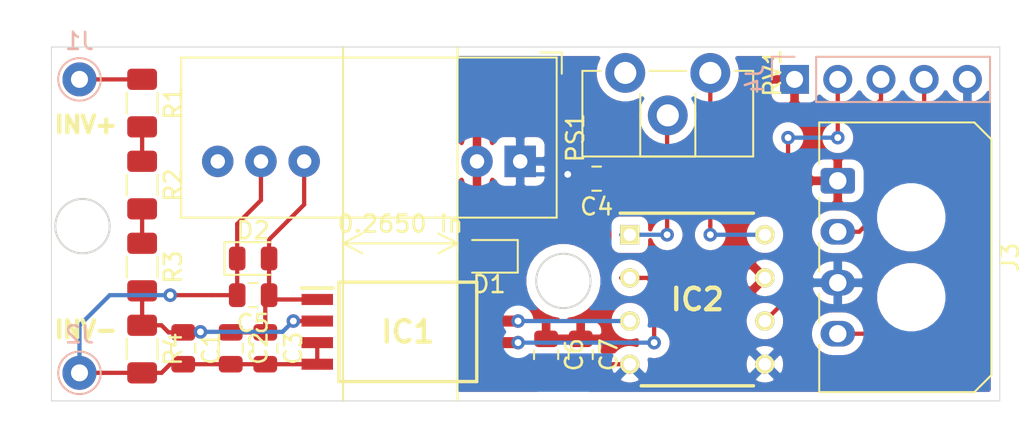
<source format=kicad_pcb>
(kicad_pcb (version 20171130) (host pcbnew "(5.1.5)-3")

  (general
    (thickness 1.6)
    (drawings 11)
    (tracks 95)
    (zones 0)
    (modules 21)
    (nets 18)
  )

  (page A4)
  (layers
    (0 F.Cu signal)
    (31 B.Cu signal)
    (32 B.Adhes user)
    (33 F.Adhes user)
    (34 B.Paste user)
    (35 F.Paste user)
    (36 B.SilkS user)
    (37 F.SilkS user)
    (38 B.Mask user)
    (39 F.Mask user)
    (40 Dwgs.User user)
    (41 Cmts.User user)
    (42 Eco1.User user)
    (43 Eco2.User user)
    (44 Edge.Cuts user)
    (45 Margin user)
    (46 B.CrtYd user)
    (47 F.CrtYd user)
    (48 B.Fab user)
    (49 F.Fab user)
  )

  (setup
    (last_trace_width 0.25)
    (trace_clearance 0.2)
    (zone_clearance 0.508)
    (zone_45_only no)
    (trace_min 0.2)
    (via_size 0.8)
    (via_drill 0.4)
    (via_min_size 0.4)
    (via_min_drill 0.3)
    (uvia_size 0.3)
    (uvia_drill 0.1)
    (uvias_allowed no)
    (uvia_min_size 0.2)
    (uvia_min_drill 0.1)
    (edge_width 0.05)
    (segment_width 0.2)
    (pcb_text_width 0.3)
    (pcb_text_size 1.5 1.5)
    (mod_edge_width 0.12)
    (mod_text_size 1 1)
    (mod_text_width 0.15)
    (pad_size 2 2)
    (pad_drill 1)
    (pad_to_mask_clearance 0.051)
    (solder_mask_min_width 0.25)
    (aux_axis_origin 0 0)
    (visible_elements 7FFFFFFF)
    (pcbplotparams
      (layerselection 0x010fc_ffffffff)
      (usegerberextensions false)
      (usegerberattributes false)
      (usegerberadvancedattributes false)
      (creategerberjobfile false)
      (excludeedgelayer true)
      (linewidth 0.100000)
      (plotframeref false)
      (viasonmask false)
      (mode 1)
      (useauxorigin false)
      (hpglpennumber 1)
      (hpglpenspeed 20)
      (hpglpendiameter 15.000000)
      (psnegative false)
      (psa4output false)
      (plotreference true)
      (plotvalue true)
      (plotinvisibletext false)
      (padsonsilk false)
      (subtractmaskfromsilk false)
      (outputformat 1)
      (mirror false)
      (drillshape 0)
      (scaleselection 1)
      (outputdirectory "Gerber Files_PWR Transducer/"))
  )

  (net 0 "")
  (net 1 "Net-(C1-Pad1)")
  (net 2 Inv-)
  (net 3 VDD1)
  (net 4 +5V)
  (net 5 GND)
  (net 6 "Net-(IC1-Pad6)")
  (net 7 "Net-(IC1-Pad7)")
  (net 8 "Net-(IC2-Pad1)")
  (net 9 HV_Sens)
  (net 10 "Net-(IC2-Pad8)")
  (net 11 Inv+)
  (net 12 High_C_Meas)
  (net 13 Low_C_Meas)
  (net 14 "Net-(PS1-Pad8)")
  (net 15 "Net-(R1-Pad2)")
  (net 16 "Net-(R2-Pad2)")
  (net 17 "Net-(RV1-Pad3)")

  (net_class Default "This is the default net class."
    (clearance 0.2)
    (trace_width 0.25)
    (via_dia 0.8)
    (via_drill 0.4)
    (uvia_dia 0.3)
    (uvia_drill 0.1)
    (add_net +5V)
    (add_net GND)
    (add_net HV_Sens)
    (add_net High_C_Meas)
    (add_net Inv+)
    (add_net Inv-)
    (add_net Low_C_Meas)
    (add_net "Net-(C1-Pad1)")
    (add_net "Net-(IC1-Pad6)")
    (add_net "Net-(IC1-Pad7)")
    (add_net "Net-(IC2-Pad1)")
    (add_net "Net-(IC2-Pad8)")
    (add_net "Net-(PS1-Pad8)")
    (add_net "Net-(R1-Pad2)")
    (add_net "Net-(R2-Pad2)")
    (add_net "Net-(RV1-Pad3)")
    (add_net VDD1)
  )

  (module Potentiometer_THT:Potentiometer_ACP_CA9-H2,5_Horizontal (layer F.Cu) (tedit 5A3D4994) (tstamp 5F117469)
    (at 131.699 71.12 270)
    (descr "Potentiometer, horizontal, ACP CA9-H2,5, http://www.acptechnologies.com/wp-content/uploads/2017/05/02-ACP-CA9-CE9.pdf")
    (tags "Potentiometer horizontal ACP CA9-H2,5")
    (path /5EFF0552/5EFFD1A7)
    (fp_text reference RV1 (at 0 -3.65 90) (layer F.SilkS)
      (effects (font (size 1 1) (thickness 0.15)))
    )
    (fp_text value 100k (at 0 8.65 90) (layer F.Fab)
      (effects (font (size 1 1) (thickness 0.15)))
    )
    (fp_text user %R (at 2.4 2.5 90) (layer F.Fab)
      (effects (font (size 1 1) (thickness 0.15)))
    )
    (fp_line (start 5.05 -2.7) (end -1.45 -2.7) (layer F.CrtYd) (width 0.05))
    (fp_line (start 5.05 7.65) (end 5.05 -2.7) (layer F.CrtYd) (width 0.05))
    (fp_line (start -1.45 7.65) (end 5.05 7.65) (layer F.CrtYd) (width 0.05))
    (fp_line (start -1.45 -2.7) (end -1.45 7.65) (layer F.CrtYd) (width 0.05))
    (fp_line (start 4.92 0.88) (end 4.92 4.12) (layer F.SilkS) (width 0.12))
    (fp_line (start -0.121 1.426) (end -0.121 3.575) (layer F.SilkS) (width 0.12))
    (fp_line (start 1.237 4.12) (end 4.92 4.12) (layer F.SilkS) (width 0.12))
    (fp_line (start 1.237 0.88) (end 4.92 0.88) (layer F.SilkS) (width 0.12))
    (fp_line (start -0.121 1.426) (end -0.121 3.575) (layer F.SilkS) (width 0.12))
    (fp_line (start -0.121 -2.521) (end -0.121 -1.426) (layer F.SilkS) (width 0.12))
    (fp_line (start -0.121 6.425) (end -0.121 7.52) (layer F.SilkS) (width 0.12))
    (fp_line (start 4.92 -2.521) (end 4.92 7.52) (layer F.SilkS) (width 0.12))
    (fp_line (start -0.121 7.52) (end 4.92 7.52) (layer F.SilkS) (width 0.12))
    (fp_line (start -0.121 -2.521) (end 4.92 -2.521) (layer F.SilkS) (width 0.12))
    (fp_line (start 4.8 1) (end 0 1) (layer F.Fab) (width 0.1))
    (fp_line (start 4.8 4) (end 4.8 1) (layer F.Fab) (width 0.1))
    (fp_line (start 0 4) (end 4.8 4) (layer F.Fab) (width 0.1))
    (fp_line (start 0 1) (end 0 4) (layer F.Fab) (width 0.1))
    (fp_line (start 0 -2.4) (end 4.8 -2.4) (layer F.Fab) (width 0.1))
    (fp_line (start 0 7.4) (end 0 -2.4) (layer F.Fab) (width 0.1))
    (fp_line (start 4.8 7.4) (end 0 7.4) (layer F.Fab) (width 0.1))
    (fp_line (start 4.8 -2.4) (end 4.8 7.4) (layer F.Fab) (width 0.1))
    (pad 1 thru_hole circle (at 0 0 270) (size 2.34 2.34) (drill 1.3) (layers *.Cu *.Mask)
      (net 10 "Net-(IC2-Pad8)"))
    (pad 2 thru_hole circle (at 2.5 2.5 270) (size 2.34 2.34) (drill 1.3) (layers *.Cu *.Mask)
      (net 8 "Net-(IC2-Pad1)"))
    (pad 3 thru_hole circle (at 0 5 270) (size 2.34 2.34) (drill 1.3) (layers *.Cu *.Mask)
      (net 17 "Net-(RV1-Pad3)"))
    (model ${KISYS3DMOD}/Potentiometer_THT.3dshapes/Potentiometer_ACP_CA9-H2,5_Horizontal.wrl
      (at (xyz 0 0 0))
      (scale (xyz 1 1 1))
      (rotate (xyz 0 0 0))
    )
    (model ${KISYS3DMOD}/Potentiometer_THT.3dshapes/Potentiometer_Bourns_3266W_Vertical.wrl
      (at (xyz 0 0 0))
      (scale (xyz 1 1 1))
      (rotate (xyz 0 0 -90))
    )
  )

  (module Capacitor_SMD:C_0805_2012Metric (layer F.Cu) (tedit 5B36C52B) (tstamp 5F1181AF)
    (at 100.711 87.3275 270)
    (descr "Capacitor SMD 0805 (2012 Metric), square (rectangular) end terminal, IPC_7351 nominal, (Body size source: https://docs.google.com/spreadsheets/d/1BsfQQcO9C6DZCsRaXUlFlo91Tg2WpOkGARC1WS5S8t0/edit?usp=sharing), generated with kicad-footprint-generator")
    (tags capacitor)
    (path /5EF98192)
    (attr smd)
    (fp_text reference C1 (at 0 -1.65 90) (layer F.SilkS)
      (effects (font (size 1 1) (thickness 0.15)))
    )
    (fp_text value 10n (at 0 1.65 90) (layer F.Fab)
      (effects (font (size 1 1) (thickness 0.15)))
    )
    (fp_line (start -1 0.6) (end -1 -0.6) (layer F.Fab) (width 0.1))
    (fp_line (start -1 -0.6) (end 1 -0.6) (layer F.Fab) (width 0.1))
    (fp_line (start 1 -0.6) (end 1 0.6) (layer F.Fab) (width 0.1))
    (fp_line (start 1 0.6) (end -1 0.6) (layer F.Fab) (width 0.1))
    (fp_line (start -0.258578 -0.71) (end 0.258578 -0.71) (layer F.SilkS) (width 0.12))
    (fp_line (start -0.258578 0.71) (end 0.258578 0.71) (layer F.SilkS) (width 0.12))
    (fp_line (start -1.68 0.95) (end -1.68 -0.95) (layer F.CrtYd) (width 0.05))
    (fp_line (start -1.68 -0.95) (end 1.68 -0.95) (layer F.CrtYd) (width 0.05))
    (fp_line (start 1.68 -0.95) (end 1.68 0.95) (layer F.CrtYd) (width 0.05))
    (fp_line (start 1.68 0.95) (end -1.68 0.95) (layer F.CrtYd) (width 0.05))
    (fp_text user %R (at 0 0 90) (layer F.Fab)
      (effects (font (size 0.5 0.5) (thickness 0.08)))
    )
    (pad 1 smd roundrect (at -0.9375 0 270) (size 0.975 1.4) (layers F.Cu F.Paste F.Mask) (roundrect_rratio 0.25)
      (net 1 "Net-(C1-Pad1)"))
    (pad 2 smd roundrect (at 0.9375 0 270) (size 0.975 1.4) (layers F.Cu F.Paste F.Mask) (roundrect_rratio 0.25)
      (net 2 Inv-))
    (model ${KISYS3DMOD}/Capacitor_SMD.3dshapes/C_0805_2012Metric.wrl
      (at (xyz 0 0 0))
      (scale (xyz 1 1 1))
      (rotate (xyz 0 0 0))
    )
  )

  (module Capacitor_SMD:C_0805_2012Metric (layer F.Cu) (tedit 5B36C52B) (tstamp 5EFD9239)
    (at 103.505 87.3275 270)
    (descr "Capacitor SMD 0805 (2012 Metric), square (rectangular) end terminal, IPC_7351 nominal, (Body size source: https://docs.google.com/spreadsheets/d/1BsfQQcO9C6DZCsRaXUlFlo91Tg2WpOkGARC1WS5S8t0/edit?usp=sharing), generated with kicad-footprint-generator")
    (tags capacitor)
    (path /5EF97ECA)
    (attr smd)
    (fp_text reference C2 (at 0 -1.65 90) (layer F.SilkS)
      (effects (font (size 1 1) (thickness 0.15)))
    )
    (fp_text value 1u (at 0 1.65 90) (layer F.Fab)
      (effects (font (size 1 1) (thickness 0.15)))
    )
    (fp_text user %R (at 0 0 90) (layer F.Fab)
      (effects (font (size 0.5 0.5) (thickness 0.08)))
    )
    (fp_line (start 1.68 0.95) (end -1.68 0.95) (layer F.CrtYd) (width 0.05))
    (fp_line (start 1.68 -0.95) (end 1.68 0.95) (layer F.CrtYd) (width 0.05))
    (fp_line (start -1.68 -0.95) (end 1.68 -0.95) (layer F.CrtYd) (width 0.05))
    (fp_line (start -1.68 0.95) (end -1.68 -0.95) (layer F.CrtYd) (width 0.05))
    (fp_line (start -0.258578 0.71) (end 0.258578 0.71) (layer F.SilkS) (width 0.12))
    (fp_line (start -0.258578 -0.71) (end 0.258578 -0.71) (layer F.SilkS) (width 0.12))
    (fp_line (start 1 0.6) (end -1 0.6) (layer F.Fab) (width 0.1))
    (fp_line (start 1 -0.6) (end 1 0.6) (layer F.Fab) (width 0.1))
    (fp_line (start -1 -0.6) (end 1 -0.6) (layer F.Fab) (width 0.1))
    (fp_line (start -1 0.6) (end -1 -0.6) (layer F.Fab) (width 0.1))
    (pad 2 smd roundrect (at 0.9375 0 270) (size 0.975 1.4) (layers F.Cu F.Paste F.Mask) (roundrect_rratio 0.25)
      (net 2 Inv-))
    (pad 1 smd roundrect (at -0.9375 0 270) (size 0.975 1.4) (layers F.Cu F.Paste F.Mask) (roundrect_rratio 0.25)
      (net 3 VDD1))
    (model ${KISYS3DMOD}/Capacitor_SMD.3dshapes/C_0805_2012Metric.wrl
      (at (xyz 0 0 0))
      (scale (xyz 1 1 1))
      (rotate (xyz 0 0 0))
    )
  )

  (module Capacitor_SMD:C_0805_2012Metric (layer F.Cu) (tedit 5B36C52B) (tstamp 5EFD924A)
    (at 105.537 87.3275 270)
    (descr "Capacitor SMD 0805 (2012 Metric), square (rectangular) end terminal, IPC_7351 nominal, (Body size source: https://docs.google.com/spreadsheets/d/1BsfQQcO9C6DZCsRaXUlFlo91Tg2WpOkGARC1WS5S8t0/edit?usp=sharing), generated with kicad-footprint-generator")
    (tags capacitor)
    (path /5EF95359)
    (attr smd)
    (fp_text reference C3 (at 0 -1.65 90) (layer F.SilkS)
      (effects (font (size 1 1) (thickness 0.15)))
    )
    (fp_text value 0.1u (at 0 1.65 90) (layer F.Fab)
      (effects (font (size 1 1) (thickness 0.15)))
    )
    (fp_line (start -1 0.6) (end -1 -0.6) (layer F.Fab) (width 0.1))
    (fp_line (start -1 -0.6) (end 1 -0.6) (layer F.Fab) (width 0.1))
    (fp_line (start 1 -0.6) (end 1 0.6) (layer F.Fab) (width 0.1))
    (fp_line (start 1 0.6) (end -1 0.6) (layer F.Fab) (width 0.1))
    (fp_line (start -0.258578 -0.71) (end 0.258578 -0.71) (layer F.SilkS) (width 0.12))
    (fp_line (start -0.258578 0.71) (end 0.258578 0.71) (layer F.SilkS) (width 0.12))
    (fp_line (start -1.68 0.95) (end -1.68 -0.95) (layer F.CrtYd) (width 0.05))
    (fp_line (start -1.68 -0.95) (end 1.68 -0.95) (layer F.CrtYd) (width 0.05))
    (fp_line (start 1.68 -0.95) (end 1.68 0.95) (layer F.CrtYd) (width 0.05))
    (fp_line (start 1.68 0.95) (end -1.68 0.95) (layer F.CrtYd) (width 0.05))
    (fp_text user %R (at 0 0 90) (layer F.Fab)
      (effects (font (size 0.5 0.5) (thickness 0.08)))
    )
    (pad 1 smd roundrect (at -0.9375 0 270) (size 0.975 1.4) (layers F.Cu F.Paste F.Mask) (roundrect_rratio 0.25)
      (net 3 VDD1))
    (pad 2 smd roundrect (at 0.9375 0 270) (size 0.975 1.4) (layers F.Cu F.Paste F.Mask) (roundrect_rratio 0.25)
      (net 2 Inv-))
    (model ${KISYS3DMOD}/Capacitor_SMD.3dshapes/C_0805_2012Metric.wrl
      (at (xyz 0 0 0))
      (scale (xyz 1 1 1))
      (rotate (xyz 0 0 0))
    )
  )

  (module Capacitor_SMD:C_0805_2012Metric (layer F.Cu) (tedit 5B36C52B) (tstamp 5EFD925B)
    (at 125.0165 77.343 180)
    (descr "Capacitor SMD 0805 (2012 Metric), square (rectangular) end terminal, IPC_7351 nominal, (Body size source: https://docs.google.com/spreadsheets/d/1BsfQQcO9C6DZCsRaXUlFlo91Tg2WpOkGARC1WS5S8t0/edit?usp=sharing), generated with kicad-footprint-generator")
    (tags capacitor)
    (path /5EFACF39)
    (attr smd)
    (fp_text reference C4 (at 0 -1.65) (layer F.SilkS)
      (effects (font (size 1 1) (thickness 0.15)))
    )
    (fp_text value 0.1u (at 0 1.65) (layer F.Fab)
      (effects (font (size 1 1) (thickness 0.15)))
    )
    (fp_line (start -1 0.6) (end -1 -0.6) (layer F.Fab) (width 0.1))
    (fp_line (start -1 -0.6) (end 1 -0.6) (layer F.Fab) (width 0.1))
    (fp_line (start 1 -0.6) (end 1 0.6) (layer F.Fab) (width 0.1))
    (fp_line (start 1 0.6) (end -1 0.6) (layer F.Fab) (width 0.1))
    (fp_line (start -0.258578 -0.71) (end 0.258578 -0.71) (layer F.SilkS) (width 0.12))
    (fp_line (start -0.258578 0.71) (end 0.258578 0.71) (layer F.SilkS) (width 0.12))
    (fp_line (start -1.68 0.95) (end -1.68 -0.95) (layer F.CrtYd) (width 0.05))
    (fp_line (start -1.68 -0.95) (end 1.68 -0.95) (layer F.CrtYd) (width 0.05))
    (fp_line (start 1.68 -0.95) (end 1.68 0.95) (layer F.CrtYd) (width 0.05))
    (fp_line (start 1.68 0.95) (end -1.68 0.95) (layer F.CrtYd) (width 0.05))
    (fp_text user %R (at 0 0) (layer F.Fab)
      (effects (font (size 0.5 0.5) (thickness 0.08)))
    )
    (pad 1 smd roundrect (at -0.9375 0 180) (size 0.975 1.4) (layers F.Cu F.Paste F.Mask) (roundrect_rratio 0.25)
      (net 4 +5V))
    (pad 2 smd roundrect (at 0.9375 0 180) (size 0.975 1.4) (layers F.Cu F.Paste F.Mask) (roundrect_rratio 0.25)
      (net 5 GND))
    (model ${KISYS3DMOD}/Capacitor_SMD.3dshapes/C_0805_2012Metric.wrl
      (at (xyz 0 0 0))
      (scale (xyz 1 1 1))
      (rotate (xyz 0 0 0))
    )
  )

  (module Capacitor_SMD:C_0805_2012Metric (layer F.Cu) (tedit 5B36C52B) (tstamp 5EFD926C)
    (at 104.8235 84.201 180)
    (descr "Capacitor SMD 0805 (2012 Metric), square (rectangular) end terminal, IPC_7351 nominal, (Body size source: https://docs.google.com/spreadsheets/d/1BsfQQcO9C6DZCsRaXUlFlo91Tg2WpOkGARC1WS5S8t0/edit?usp=sharing), generated with kicad-footprint-generator")
    (tags capacitor)
    (path /5EFADD60)
    (attr smd)
    (fp_text reference C5 (at 0 -1.65) (layer F.SilkS)
      (effects (font (size 1 1) (thickness 0.15)))
    )
    (fp_text value 0.1u (at 0 1.65) (layer F.Fab)
      (effects (font (size 1 1) (thickness 0.15)))
    )
    (fp_text user %R (at 0 0) (layer F.Fab)
      (effects (font (size 0.5 0.5) (thickness 0.08)))
    )
    (fp_line (start 1.68 0.95) (end -1.68 0.95) (layer F.CrtYd) (width 0.05))
    (fp_line (start 1.68 -0.95) (end 1.68 0.95) (layer F.CrtYd) (width 0.05))
    (fp_line (start -1.68 -0.95) (end 1.68 -0.95) (layer F.CrtYd) (width 0.05))
    (fp_line (start -1.68 0.95) (end -1.68 -0.95) (layer F.CrtYd) (width 0.05))
    (fp_line (start -0.258578 0.71) (end 0.258578 0.71) (layer F.SilkS) (width 0.12))
    (fp_line (start -0.258578 -0.71) (end 0.258578 -0.71) (layer F.SilkS) (width 0.12))
    (fp_line (start 1 0.6) (end -1 0.6) (layer F.Fab) (width 0.1))
    (fp_line (start 1 -0.6) (end 1 0.6) (layer F.Fab) (width 0.1))
    (fp_line (start -1 -0.6) (end 1 -0.6) (layer F.Fab) (width 0.1))
    (fp_line (start -1 0.6) (end -1 -0.6) (layer F.Fab) (width 0.1))
    (pad 2 smd roundrect (at 0.9375 0 180) (size 0.975 1.4) (layers F.Cu F.Paste F.Mask) (roundrect_rratio 0.25)
      (net 2 Inv-))
    (pad 1 smd roundrect (at -0.9375 0 180) (size 0.975 1.4) (layers F.Cu F.Paste F.Mask) (roundrect_rratio 0.25)
      (net 3 VDD1))
    (model ${KISYS3DMOD}/Capacitor_SMD.3dshapes/C_0805_2012Metric.wrl
      (at (xyz 0 0 0))
      (scale (xyz 1 1 1))
      (rotate (xyz 0 0 0))
    )
  )

  (module Capacitor_SMD:C_0805_2012Metric (layer F.Cu) (tedit 5B36C52B) (tstamp 5F11801A)
    (at 122.047 87.7085 270)
    (descr "Capacitor SMD 0805 (2012 Metric), square (rectangular) end terminal, IPC_7351 nominal, (Body size source: https://docs.google.com/spreadsheets/d/1BsfQQcO9C6DZCsRaXUlFlo91Tg2WpOkGARC1WS5S8t0/edit?usp=sharing), generated with kicad-footprint-generator")
    (tags capacitor)
    (path /5EF9BFC7)
    (attr smd)
    (fp_text reference C6 (at 0 -1.65 90) (layer F.SilkS)
      (effects (font (size 1 1) (thickness 0.15)))
    )
    (fp_text value 0.1u (at 0 1.65 90) (layer F.Fab)
      (effects (font (size 1 1) (thickness 0.15)))
    )
    (fp_text user %R (at 0 0 90) (layer F.Fab)
      (effects (font (size 0.5 0.5) (thickness 0.08)))
    )
    (fp_line (start 1.68 0.95) (end -1.68 0.95) (layer F.CrtYd) (width 0.05))
    (fp_line (start 1.68 -0.95) (end 1.68 0.95) (layer F.CrtYd) (width 0.05))
    (fp_line (start -1.68 -0.95) (end 1.68 -0.95) (layer F.CrtYd) (width 0.05))
    (fp_line (start -1.68 0.95) (end -1.68 -0.95) (layer F.CrtYd) (width 0.05))
    (fp_line (start -0.258578 0.71) (end 0.258578 0.71) (layer F.SilkS) (width 0.12))
    (fp_line (start -0.258578 -0.71) (end 0.258578 -0.71) (layer F.SilkS) (width 0.12))
    (fp_line (start 1 0.6) (end -1 0.6) (layer F.Fab) (width 0.1))
    (fp_line (start 1 -0.6) (end 1 0.6) (layer F.Fab) (width 0.1))
    (fp_line (start -1 -0.6) (end 1 -0.6) (layer F.Fab) (width 0.1))
    (fp_line (start -1 0.6) (end -1 -0.6) (layer F.Fab) (width 0.1))
    (pad 2 smd roundrect (at 0.9375 0 270) (size 0.975 1.4) (layers F.Cu F.Paste F.Mask) (roundrect_rratio 0.25)
      (net 5 GND))
    (pad 1 smd roundrect (at -0.9375 0 270) (size 0.975 1.4) (layers F.Cu F.Paste F.Mask) (roundrect_rratio 0.25)
      (net 4 +5V))
    (model ${KISYS3DMOD}/Capacitor_SMD.3dshapes/C_0805_2012Metric.wrl
      (at (xyz 0 0 0))
      (scale (xyz 1 1 1))
      (rotate (xyz 0 0 0))
    )
  )

  (module Capacitor_SMD:C_0805_2012Metric (layer F.Cu) (tedit 5B36C52B) (tstamp 5F1179F4)
    (at 124.079 87.7085 270)
    (descr "Capacitor SMD 0805 (2012 Metric), square (rectangular) end terminal, IPC_7351 nominal, (Body size source: https://docs.google.com/spreadsheets/d/1BsfQQcO9C6DZCsRaXUlFlo91Tg2WpOkGARC1WS5S8t0/edit?usp=sharing), generated with kicad-footprint-generator")
    (tags capacitor)
    (path /5EF9BA2E)
    (attr smd)
    (fp_text reference C7 (at 0 -1.65 90) (layer F.SilkS)
      (effects (font (size 1 1) (thickness 0.15)))
    )
    (fp_text value 1u (at 0 1.65 90) (layer F.Fab)
      (effects (font (size 1 1) (thickness 0.15)))
    )
    (fp_line (start -1 0.6) (end -1 -0.6) (layer F.Fab) (width 0.1))
    (fp_line (start -1 -0.6) (end 1 -0.6) (layer F.Fab) (width 0.1))
    (fp_line (start 1 -0.6) (end 1 0.6) (layer F.Fab) (width 0.1))
    (fp_line (start 1 0.6) (end -1 0.6) (layer F.Fab) (width 0.1))
    (fp_line (start -0.258578 -0.71) (end 0.258578 -0.71) (layer F.SilkS) (width 0.12))
    (fp_line (start -0.258578 0.71) (end 0.258578 0.71) (layer F.SilkS) (width 0.12))
    (fp_line (start -1.68 0.95) (end -1.68 -0.95) (layer F.CrtYd) (width 0.05))
    (fp_line (start -1.68 -0.95) (end 1.68 -0.95) (layer F.CrtYd) (width 0.05))
    (fp_line (start 1.68 -0.95) (end 1.68 0.95) (layer F.CrtYd) (width 0.05))
    (fp_line (start 1.68 0.95) (end -1.68 0.95) (layer F.CrtYd) (width 0.05))
    (fp_text user %R (at 0 0 90) (layer F.Fab)
      (effects (font (size 0.5 0.5) (thickness 0.08)))
    )
    (pad 1 smd roundrect (at -0.9375 0 270) (size 0.975 1.4) (layers F.Cu F.Paste F.Mask) (roundrect_rratio 0.25)
      (net 4 +5V))
    (pad 2 smd roundrect (at 0.9375 0 270) (size 0.975 1.4) (layers F.Cu F.Paste F.Mask) (roundrect_rratio 0.25)
      (net 5 GND))
    (model ${KISYS3DMOD}/Capacitor_SMD.3dshapes/C_0805_2012Metric.wrl
      (at (xyz 0 0 0))
      (scale (xyz 1 1 1))
      (rotate (xyz 0 0 0))
    )
  )

  (module Diode_SMD:D_0805_2012Metric (layer F.Cu) (tedit 5B36C52B) (tstamp 5EFD92A1)
    (at 118.6965 81.915 180)
    (descr "Diode SMD 0805 (2012 Metric), square (rectangular) end terminal, IPC_7351 nominal, (Body size source: https://docs.google.com/spreadsheets/d/1BsfQQcO9C6DZCsRaXUlFlo91Tg2WpOkGARC1WS5S8t0/edit?usp=sharing), generated with kicad-footprint-generator")
    (tags diode)
    (path /5EFAE4AB)
    (attr smd)
    (fp_text reference D1 (at 0 -1.65) (layer F.SilkS)
      (effects (font (size 1 1) (thickness 0.15)))
    )
    (fp_text value DIODE (at 0 1.65) (layer F.Fab)
      (effects (font (size 1 1) (thickness 0.15)))
    )
    (fp_line (start 1 -0.6) (end -0.7 -0.6) (layer F.Fab) (width 0.1))
    (fp_line (start -0.7 -0.6) (end -1 -0.3) (layer F.Fab) (width 0.1))
    (fp_line (start -1 -0.3) (end -1 0.6) (layer F.Fab) (width 0.1))
    (fp_line (start -1 0.6) (end 1 0.6) (layer F.Fab) (width 0.1))
    (fp_line (start 1 0.6) (end 1 -0.6) (layer F.Fab) (width 0.1))
    (fp_line (start 1 -0.96) (end -1.685 -0.96) (layer F.SilkS) (width 0.12))
    (fp_line (start -1.685 -0.96) (end -1.685 0.96) (layer F.SilkS) (width 0.12))
    (fp_line (start -1.685 0.96) (end 1 0.96) (layer F.SilkS) (width 0.12))
    (fp_line (start -1.68 0.95) (end -1.68 -0.95) (layer F.CrtYd) (width 0.05))
    (fp_line (start -1.68 -0.95) (end 1.68 -0.95) (layer F.CrtYd) (width 0.05))
    (fp_line (start 1.68 -0.95) (end 1.68 0.95) (layer F.CrtYd) (width 0.05))
    (fp_line (start 1.68 0.95) (end -1.68 0.95) (layer F.CrtYd) (width 0.05))
    (fp_text user %R (at 0 0) (layer F.Fab)
      (effects (font (size 0.5 0.5) (thickness 0.08)))
    )
    (pad 1 smd roundrect (at -0.9375 0 180) (size 0.975 1.4) (layers F.Cu F.Paste F.Mask) (roundrect_rratio 0.25)
      (net 5 GND))
    (pad 2 smd roundrect (at 0.9375 0 180) (size 0.975 1.4) (layers F.Cu F.Paste F.Mask) (roundrect_rratio 0.25)
      (net 4 +5V))
    (model ${KISYS3DMOD}/Diode_SMD.3dshapes/D_0805_2012Metric.wrl
      (at (xyz 0 0 0))
      (scale (xyz 1 1 1))
      (rotate (xyz 0 0 0))
    )
  )

  (module Diode_SMD:D_0805_2012Metric (layer F.Cu) (tedit 5B36C52B) (tstamp 5EFD92B4)
    (at 104.8235 82.042)
    (descr "Diode SMD 0805 (2012 Metric), square (rectangular) end terminal, IPC_7351 nominal, (Body size source: https://docs.google.com/spreadsheets/d/1BsfQQcO9C6DZCsRaXUlFlo91Tg2WpOkGARC1WS5S8t0/edit?usp=sharing), generated with kicad-footprint-generator")
    (tags diode)
    (path /5EFAE719)
    (attr smd)
    (fp_text reference D2 (at 0 -1.65) (layer F.SilkS)
      (effects (font (size 1 1) (thickness 0.15)))
    )
    (fp_text value DIODE (at 0 1.65) (layer F.Fab)
      (effects (font (size 1 1) (thickness 0.15)))
    )
    (fp_text user %R (at 0 0) (layer F.Fab)
      (effects (font (size 0.5 0.5) (thickness 0.08)))
    )
    (fp_line (start 1.68 0.95) (end -1.68 0.95) (layer F.CrtYd) (width 0.05))
    (fp_line (start 1.68 -0.95) (end 1.68 0.95) (layer F.CrtYd) (width 0.05))
    (fp_line (start -1.68 -0.95) (end 1.68 -0.95) (layer F.CrtYd) (width 0.05))
    (fp_line (start -1.68 0.95) (end -1.68 -0.95) (layer F.CrtYd) (width 0.05))
    (fp_line (start -1.685 0.96) (end 1 0.96) (layer F.SilkS) (width 0.12))
    (fp_line (start -1.685 -0.96) (end -1.685 0.96) (layer F.SilkS) (width 0.12))
    (fp_line (start 1 -0.96) (end -1.685 -0.96) (layer F.SilkS) (width 0.12))
    (fp_line (start 1 0.6) (end 1 -0.6) (layer F.Fab) (width 0.1))
    (fp_line (start -1 0.6) (end 1 0.6) (layer F.Fab) (width 0.1))
    (fp_line (start -1 -0.3) (end -1 0.6) (layer F.Fab) (width 0.1))
    (fp_line (start -0.7 -0.6) (end -1 -0.3) (layer F.Fab) (width 0.1))
    (fp_line (start 1 -0.6) (end -0.7 -0.6) (layer F.Fab) (width 0.1))
    (pad 2 smd roundrect (at 0.9375 0) (size 0.975 1.4) (layers F.Cu F.Paste F.Mask) (roundrect_rratio 0.25)
      (net 3 VDD1))
    (pad 1 smd roundrect (at -0.9375 0) (size 0.975 1.4) (layers F.Cu F.Paste F.Mask) (roundrect_rratio 0.25)
      (net 2 Inv-))
    (model ${KISYS3DMOD}/Diode_SMD.3dshapes/D_0805_2012Metric.wrl
      (at (xyz 0 0 0))
      (scale (xyz 1 1 1))
      (rotate (xyz 0 0 0))
    )
  )

  (module AMC1211AQDWVRQ1:SOIC127P1150X280-8N (layer F.Cu) (tedit 5EA12D65) (tstamp 5EFD92CE)
    (at 113.919 86.36)
    (descr AMC1211AQDWVRQ1-1)
    (tags "Integrated Circuit")
    (path /5EF91E69)
    (attr smd)
    (fp_text reference IC1 (at 0 0) (layer F.SilkS)
      (effects (font (size 1.27 1.27) (thickness 0.254)))
    )
    (fp_text value AMC1211AQDWVRQ1 (at 0 0) (layer F.SilkS) hide
      (effects (font (size 1.27 1.27) (thickness 0.254)))
    )
    (fp_line (start -6.5 -3.225) (end 6.5 -3.225) (layer Dwgs.User) (width 0.05))
    (fp_line (start 6.5 -3.225) (end 6.5 3.225) (layer Dwgs.User) (width 0.05))
    (fp_line (start 6.5 3.225) (end -6.5 3.225) (layer Dwgs.User) (width 0.05))
    (fp_line (start -6.5 3.225) (end -6.5 -3.225) (layer Dwgs.User) (width 0.05))
    (fp_line (start -3.75 -2.925) (end 3.75 -2.925) (layer Dwgs.User) (width 0.1))
    (fp_line (start 3.75 -2.925) (end 3.75 2.925) (layer Dwgs.User) (width 0.1))
    (fp_line (start 3.75 2.925) (end -3.75 2.925) (layer Dwgs.User) (width 0.1))
    (fp_line (start -3.75 2.925) (end -3.75 -2.925) (layer Dwgs.User) (width 0.1))
    (fp_line (start -3.75 -1.655) (end -2.48 -2.925) (layer Dwgs.User) (width 0.1))
    (fp_line (start -4.05 -2.925) (end 4.05 -2.925) (layer F.SilkS) (width 0.2))
    (fp_line (start 4.05 -2.925) (end 4.05 2.925) (layer F.SilkS) (width 0.2))
    (fp_line (start 4.05 2.925) (end -4.05 2.925) (layer F.SilkS) (width 0.2))
    (fp_line (start -4.05 2.925) (end -4.05 -2.925) (layer F.SilkS) (width 0.2))
    (fp_line (start -6.25 -2.58) (end -4.4 -2.58) (layer F.SilkS) (width 0.2))
    (pad 1 smd rect (at -5.325 -1.905 90) (size 0.65 1.85) (layers F.Cu F.Paste F.Mask)
      (net 3 VDD1))
    (pad 2 smd rect (at -5.325 -0.635 90) (size 0.65 1.85) (layers F.Cu F.Paste F.Mask)
      (net 1 "Net-(C1-Pad1)"))
    (pad 3 smd rect (at -5.325 0.635 90) (size 0.65 1.85) (layers F.Cu F.Paste F.Mask)
      (net 2 Inv-))
    (pad 4 smd rect (at -5.325 1.905 90) (size 0.65 1.85) (layers F.Cu F.Paste F.Mask)
      (net 2 Inv-))
    (pad 5 smd rect (at 5.325 1.905 90) (size 0.65 1.85) (layers F.Cu F.Paste F.Mask)
      (net 5 GND))
    (pad 6 smd rect (at 5.325 0.635 90) (size 0.65 1.85) (layers F.Cu F.Paste F.Mask)
      (net 6 "Net-(IC1-Pad6)"))
    (pad 7 smd rect (at 5.325 -0.635 90) (size 0.65 1.85) (layers F.Cu F.Paste F.Mask)
      (net 7 "Net-(IC1-Pad7)"))
    (pad 8 smd rect (at 5.325 -1.905 90) (size 0.65 1.85) (layers F.Cu F.Paste F.Mask)
      (net 4 +5V))
    (model ${KISYS3DMOD}/Package_SO.3dshapes/SSO-8_6.8x5.9mm_P1.27mm_Clearance8mm.wrl
      (at (xyz 0 0 0))
      (scale (xyz 1 1 1))
      (rotate (xyz 0 0 0))
    )
  )

  (module INA114AP:DIP794W53P254L959H508Q8N (layer F.Cu) (tedit 5EA132FE) (tstamp 5EFDA141)
    (at 130.937 84.455)
    (descr "P (R-PDIP-T8)")
    (tags "Integrated Circuit")
    (path /5EF92F38)
    (fp_text reference IC2 (at 0 0) (layer F.SilkS)
      (effects (font (size 1.27 1.27) (thickness 0.254)))
    )
    (fp_text value INA114AP (at 0 0) (layer F.SilkS) hide
      (effects (font (size 1.27 1.27) (thickness 0.254)))
    )
    (fp_line (start -4.945 -5.33) (end 4.945 -5.33) (layer Dwgs.User) (width 0.05))
    (fp_line (start 4.945 -5.33) (end 4.945 5.33) (layer Dwgs.User) (width 0.05))
    (fp_line (start 4.945 5.33) (end -4.945 5.33) (layer Dwgs.User) (width 0.05))
    (fp_line (start -4.945 5.33) (end -4.945 -5.33) (layer Dwgs.User) (width 0.05))
    (fp_line (start -3.3 -5.08) (end 3.3 -5.08) (layer Dwgs.User) (width 0.1))
    (fp_line (start 3.3 -5.08) (end 3.3 5.08) (layer Dwgs.User) (width 0.1))
    (fp_line (start 3.3 5.08) (end -3.3 5.08) (layer Dwgs.User) (width 0.1))
    (fp_line (start -3.3 5.08) (end -3.3 -5.08) (layer Dwgs.User) (width 0.1))
    (fp_line (start -3.3 -3.81) (end -2.03 -5.08) (layer Dwgs.User) (width 0.1))
    (fp_line (start -4.535 -5.08) (end 3.3 -5.08) (layer F.SilkS) (width 0.2))
    (fp_line (start -3.3 5.08) (end 3.3 5.08) (layer F.SilkS) (width 0.2))
    (pad 1 thru_hole rect (at -3.97 -3.81 90) (size 1.13 1.13) (drill 0.73) (layers *.Cu *.Mask F.SilkS)
      (net 8 "Net-(IC2-Pad1)"))
    (pad 2 thru_hole circle (at -3.97 -1.27 90) (size 1.13 1.13) (drill 0.73) (layers *.Cu *.Mask F.SilkS)
      (net 6 "Net-(IC1-Pad6)"))
    (pad 3 thru_hole circle (at -3.97 1.27 90) (size 1.13 1.13) (drill 0.73) (layers *.Cu *.Mask F.SilkS)
      (net 7 "Net-(IC1-Pad7)"))
    (pad 4 thru_hole circle (at -3.97 3.81 90) (size 1.13 1.13) (drill 0.73) (layers *.Cu *.Mask F.SilkS)
      (net 5 GND))
    (pad 5 thru_hole circle (at 3.97 3.81 90) (size 1.13 1.13) (drill 0.73) (layers *.Cu *.Mask F.SilkS)
      (net 5 GND))
    (pad 6 thru_hole circle (at 3.97 1.27 90) (size 1.13 1.13) (drill 0.73) (layers *.Cu *.Mask F.SilkS)
      (net 9 HV_Sens))
    (pad 7 thru_hole circle (at 3.97 -1.27 90) (size 1.13 1.13) (drill 0.73) (layers *.Cu *.Mask F.SilkS)
      (net 4 +5V))
    (pad 8 thru_hole circle (at 3.97 -3.81 90) (size 1.13 1.13) (drill 0.73) (layers *.Cu *.Mask F.SilkS)
      (net 10 "Net-(IC2-Pad8)"))
    (model ${KISYS3DMOD}/Package_DIP.3dshapes/DIP-8_W7.62mm_Socket.step
      (offset (xyz -3.8 3.8 0))
      (scale (xyz 1 1 1))
      (rotate (xyz 0 0 0))
    )
  )

  (module Connector_Pin:Pin_D1.0mm_L10.0mm (layer B.Cu) (tedit 5F021447) (tstamp 5EFD92EF)
    (at 94.615 71.501)
    (descr "solder Pin_ diameter 1.0mm, hole diameter 1.0mm (press fit), length 10.0mm")
    (tags "solder Pin_ press fit")
    (path /5EFC0440)
    (fp_text reference J1 (at 0 -2.25) (layer B.SilkS)
      (effects (font (size 1 1) (thickness 0.15)) (justify mirror))
    )
    (fp_text value Conn_01x01 (at 0 2.05) (layer B.Fab)
      (effects (font (size 1 1) (thickness 0.15)) (justify mirror))
    )
    (fp_text user %R (at 0 -2.25) (layer B.Fab)
      (effects (font (size 1 1) (thickness 0.15)) (justify mirror))
    )
    (fp_circle (center 0 0) (end 1.5 0) (layer B.CrtYd) (width 0.05))
    (fp_circle (center 0 0) (end 0.5 0) (layer B.Fab) (width 0.12))
    (fp_circle (center 0 0) (end 1 0) (layer B.Fab) (width 0.12))
    (fp_circle (center 0 0) (end 1.25 -0.05) (layer B.SilkS) (width 0.12))
    (pad 1 thru_hole circle (at 0 0) (size 2 2) (drill 1) (layers *.Cu *.Mask)
      (net 11 Inv+))
    (model ${KISYS3DMOD}/Connector_Pin.3dshapes/Pin_D1.0mm_L10.0mm.wrl
      (at (xyz 0 0 0))
      (scale (xyz 1 1 1))
      (rotate (xyz 0 0 0))
    )
  )

  (module Connector_Pin:Pin_D1.0mm_L10.0mm (layer B.Cu) (tedit 5A1DC084) (tstamp 5EFD92F9)
    (at 94.615 88.773)
    (descr "solder Pin_ diameter 1.0mm, hole diameter 1.0mm (press fit), length 10.0mm")
    (tags "solder Pin_ press fit")
    (path /5EFC15E2)
    (fp_text reference J2 (at 0 -2.25) (layer B.SilkS)
      (effects (font (size 1 1) (thickness 0.15)) (justify mirror))
    )
    (fp_text value Conn_01x01 (at 0 2.05) (layer B.Fab)
      (effects (font (size 1 1) (thickness 0.15)) (justify mirror))
    )
    (fp_circle (center 0 0) (end 1.25 -0.05) (layer B.SilkS) (width 0.12))
    (fp_circle (center 0 0) (end 1 0) (layer B.Fab) (width 0.12))
    (fp_circle (center 0 0) (end 0.5 0) (layer B.Fab) (width 0.12))
    (fp_circle (center 0 0) (end 1.5 0) (layer B.CrtYd) (width 0.05))
    (fp_text user %R (at 0 -2.25) (layer B.Fab)
      (effects (font (size 1 1) (thickness 0.15)) (justify mirror))
    )
    (pad 1 thru_hole circle (at 0 0) (size 2 2) (drill 1) (layers *.Cu *.Mask)
      (net 2 Inv-))
    (model ${KISYS3DMOD}/Connector_Pin.3dshapes/Pin_D1.0mm_L10.0mm.wrl
      (at (xyz 0 0 0))
      (scale (xyz 1 1 1))
      (rotate (xyz 0 0 0))
    )
  )

  (module Connector_Molex:Molex_Micro-Fit_3.0_43650-0400_1x04_P3.00mm_Horizontal (layer F.Cu) (tedit 5B79A392) (tstamp 5EFDA6D7)
    (at 139.192 77.47 270)
    (descr "Molex Micro-Fit 3.0 Connector System, 43650-0400 (compatible alternatives: 43650-0401, 43650-0402), 4 Pins per row (https://www.molex.com/pdm_docs/sd/436500300_sd.pdf), generated with kicad-footprint-generator")
    (tags "connector Molex Micro-Fit_3.0 top entry")
    (path /5EF8E5EA)
    (fp_text reference J3 (at 4.5 -10.12 90) (layer F.SilkS)
      (effects (font (size 1 1) (thickness 0.15)))
    )
    (fp_text value Conn_01x04 (at 4.5 3.22 90) (layer F.Fab)
      (effects (font (size 1 1) (thickness 0.15)))
    )
    (fp_line (start -3.325 0.98) (end -3.325 -7.92) (layer F.Fab) (width 0.1))
    (fp_line (start -3.325 -7.92) (end -2.325 -8.92) (layer F.Fab) (width 0.1))
    (fp_line (start -2.325 -8.92) (end 11.325 -8.92) (layer F.Fab) (width 0.1))
    (fp_line (start 11.325 -8.92) (end 12.325 -7.92) (layer F.Fab) (width 0.1))
    (fp_line (start 12.325 -7.92) (end 12.325 0.98) (layer F.Fab) (width 0.1))
    (fp_line (start 12.325 0.98) (end -3.325 0.98) (layer F.Fab) (width 0.1))
    (fp_line (start -0.75 0.98) (end 0 0) (layer F.Fab) (width 0.1))
    (fp_line (start 0 0) (end 0.75 0.98) (layer F.Fab) (width 0.1))
    (fp_line (start -3.435 1.09) (end -3.435 -8.03) (layer F.SilkS) (width 0.12))
    (fp_line (start -3.435 -8.03) (end -2.435 -9.03) (layer F.SilkS) (width 0.12))
    (fp_line (start -2.435 -9.03) (end 11.435 -9.03) (layer F.SilkS) (width 0.12))
    (fp_line (start 11.435 -9.03) (end 12.435 -8.03) (layer F.SilkS) (width 0.12))
    (fp_line (start 12.435 -8.03) (end 12.435 1.09) (layer F.SilkS) (width 0.12))
    (fp_line (start -3.435 1.09) (end -1.01 1.09) (layer F.SilkS) (width 0.12))
    (fp_line (start 12.435 1.09) (end 9.651767 1.09) (layer F.SilkS) (width 0.12))
    (fp_line (start 1.01 1.09) (end 2.348233 1.09) (layer F.SilkS) (width 0.12))
    (fp_line (start 3.651767 1.09) (end 5.348233 1.09) (layer F.SilkS) (width 0.12))
    (fp_line (start 6.651767 1.09) (end 8.348233 1.09) (layer F.SilkS) (width 0.12))
    (fp_line (start -3.82 1.48) (end -3.82 -9.42) (layer F.CrtYd) (width 0.05))
    (fp_line (start -3.82 -9.42) (end 12.82 -9.42) (layer F.CrtYd) (width 0.05))
    (fp_line (start 12.82 -9.42) (end 12.82 1.48) (layer F.CrtYd) (width 0.05))
    (fp_line (start 12.82 1.48) (end -3.82 1.48) (layer F.CrtYd) (width 0.05))
    (fp_text user %R (at 4.5 -8.22 90) (layer F.Fab)
      (effects (font (size 1 1) (thickness 0.15)))
    )
    (pad "" np_thru_hole circle (at 2.15 -4.32 270) (size 3 3) (drill 3) (layers *.Cu *.Mask))
    (pad "" np_thru_hole circle (at 6.85 -4.32 270) (size 3 3) (drill 3) (layers *.Cu *.Mask))
    (pad 1 thru_hole roundrect (at 0 0 270) (size 1.5 2.02) (drill 1.02) (layers *.Cu *.Mask) (roundrect_rratio 0.166667)
      (net 4 +5V))
    (pad 2 thru_hole oval (at 3 0 270) (size 1.5 2.02) (drill 1.02) (layers *.Cu *.Mask)
      (net 12 High_C_Meas))
    (pad 3 thru_hole oval (at 6 0 270) (size 1.5 2.02) (drill 1.02) (layers *.Cu *.Mask)
      (net 5 GND))
    (pad 4 thru_hole oval (at 9 0 270) (size 1.5 2.02) (drill 1.02) (layers *.Cu *.Mask)
      (net 13 Low_C_Meas))
    (model ${KISYS3DMOD}/Connector_Molex.3dshapes/Molex_Micro-Fit_3.0_43650-0400_1x04_P3.00mm_Horizontal.wrl
      (at (xyz 0 0 0))
      (scale (xyz 1 1 1))
      (rotate (xyz 0 0 0))
    )
    (model ${KISYS3DMOD}/Molex_Micro-fit_Jr.3dshapes/436500400.stp
      (offset (xyz 4.5 4 2.5))
      (scale (xyz 1 1 1))
      (rotate (xyz -90 0 180))
    )
  )

  (module Connector_PinHeader_2.54mm:PinHeader_1x05_P2.54mm_Vertical (layer B.Cu) (tedit 59FED5CC) (tstamp 5EFDA2B2)
    (at 136.652 71.501 270)
    (descr "Through hole straight pin header, 1x05, 2.54mm pitch, single row")
    (tags "Through hole pin header THT 1x05 2.54mm single row")
    (path /5EF961A1)
    (fp_text reference J4 (at 0 2.33 270) (layer B.SilkS)
      (effects (font (size 1 1) (thickness 0.15)) (justify mirror))
    )
    (fp_text value Conn_01x05 (at 0 -12.49 270) (layer B.Fab)
      (effects (font (size 1 1) (thickness 0.15)) (justify mirror))
    )
    (fp_text user %R (at 0 -5.08) (layer B.Fab)
      (effects (font (size 1 1) (thickness 0.15)) (justify mirror))
    )
    (fp_line (start 1.8 1.8) (end -1.8 1.8) (layer B.CrtYd) (width 0.05))
    (fp_line (start 1.8 -11.95) (end 1.8 1.8) (layer B.CrtYd) (width 0.05))
    (fp_line (start -1.8 -11.95) (end 1.8 -11.95) (layer B.CrtYd) (width 0.05))
    (fp_line (start -1.8 1.8) (end -1.8 -11.95) (layer B.CrtYd) (width 0.05))
    (fp_line (start -1.33 1.33) (end 0 1.33) (layer B.SilkS) (width 0.12))
    (fp_line (start -1.33 0) (end -1.33 1.33) (layer B.SilkS) (width 0.12))
    (fp_line (start -1.33 -1.27) (end 1.33 -1.27) (layer B.SilkS) (width 0.12))
    (fp_line (start 1.33 -1.27) (end 1.33 -11.49) (layer B.SilkS) (width 0.12))
    (fp_line (start -1.33 -1.27) (end -1.33 -11.49) (layer B.SilkS) (width 0.12))
    (fp_line (start -1.33 -11.49) (end 1.33 -11.49) (layer B.SilkS) (width 0.12))
    (fp_line (start -1.27 0.635) (end -0.635 1.27) (layer B.Fab) (width 0.1))
    (fp_line (start -1.27 -11.43) (end -1.27 0.635) (layer B.Fab) (width 0.1))
    (fp_line (start 1.27 -11.43) (end -1.27 -11.43) (layer B.Fab) (width 0.1))
    (fp_line (start 1.27 1.27) (end 1.27 -11.43) (layer B.Fab) (width 0.1))
    (fp_line (start -0.635 1.27) (end 1.27 1.27) (layer B.Fab) (width 0.1))
    (pad 5 thru_hole oval (at 0 -10.16 270) (size 1.7 1.7) (drill 1) (layers *.Cu *.Mask)
      (net 5 GND))
    (pad 4 thru_hole oval (at 0 -7.62 270) (size 1.7 1.7) (drill 1) (layers *.Cu *.Mask)
      (net 13 Low_C_Meas))
    (pad 3 thru_hole oval (at 0 -5.08 270) (size 1.7 1.7) (drill 1) (layers *.Cu *.Mask)
      (net 12 High_C_Meas))
    (pad 2 thru_hole oval (at 0 -2.54 270) (size 1.7 1.7) (drill 1) (layers *.Cu *.Mask)
      (net 9 HV_Sens))
    (pad 1 thru_hole rect (at 0 0 270) (size 1.7 1.7) (drill 1) (layers *.Cu *.Mask)
      (net 4 +5V))
    (model ${KISYS3DMOD}/Connector_PinHeader_2.54mm.3dshapes/PinHeader_1x05_P2.54mm_Vertical.wrl
      (at (xyz 0 0 0))
      (scale (xyz 1 1 1))
      (rotate (xyz 0 0 0))
    )
  )

  (module Converter_DCDC:Converter_DCDC_XP_POWER-ITXxxxxSA_THT (layer F.Cu) (tedit 5C43336C) (tstamp 5EFD9E73)
    (at 120.523 76.327 270)
    (descr "XP_POWER  ITXxxxxSA, SIP, (https://www.xppower.com/pdfs/SF_ITX.pdf), generated with kicad-footprint-generator")
    (tags "XP_POWER  ITXxxxxSA SIP DCDC-Converter")
    (path /5EFA9171)
    (fp_text reference PS1 (at -1.4 -3.24 90) (layer F.SilkS)
      (effects (font (size 1 1) (thickness 0.15)))
    )
    (fp_text value ITX0505SA (at -1.4 21.02 90) (layer F.Fab)
      (effects (font (size 1 1) (thickness 0.15)))
    )
    (fp_line (start -6.11 -2.145) (end -6.11 19.925) (layer F.SilkS) (width 0.12))
    (fp_line (start -6.11 19.925) (end 3.31 19.925) (layer F.SilkS) (width 0.12))
    (fp_line (start 3.31 19.925) (end 3.31 -2.145) (layer F.SilkS) (width 0.12))
    (fp_line (start 3.31 -2.145) (end -6.11 -2.145) (layer F.SilkS) (width 0.12))
    (fp_line (start -5.16 -2.445) (end -6.41 -2.445) (layer F.SilkS) (width 0.12))
    (fp_line (start -6.41 -2.445) (end -6.41 -1.195) (layer F.SilkS) (width 0.12))
    (fp_line (start -5.16 -2.445) (end -6.41 -2.445) (layer F.Fab) (width 0.1))
    (fp_line (start -6.41 -2.445) (end -6.41 -1.195) (layer F.Fab) (width 0.1))
    (fp_line (start -6 -2.035) (end -6 19.815) (layer F.Fab) (width 0.1))
    (fp_line (start -6 19.815) (end 3.2 19.815) (layer F.Fab) (width 0.1))
    (fp_line (start 3.2 19.815) (end 3.2 -2.035) (layer F.Fab) (width 0.1))
    (fp_line (start 3.2 -2.035) (end -6 -2.035) (layer F.Fab) (width 0.1))
    (fp_line (start -6.5 -2.54) (end -6.5 20.32) (layer F.CrtYd) (width 0.05))
    (fp_line (start -6.5 20.32) (end 3.7 20.32) (layer F.CrtYd) (width 0.05))
    (fp_line (start 3.7 20.32) (end 3.7 -2.54) (layer F.CrtYd) (width 0.05))
    (fp_line (start 3.7 -2.54) (end -6.5 -2.54) (layer F.CrtYd) (width 0.05))
    (fp_text user %R (at -1.4 1.5 90) (layer F.Fab)
      (effects (font (size 1 1) (thickness 0.15)))
    )
    (pad 1 thru_hole rect (at 0 0 270) (size 1.85 1.85) (drill 0.85) (layers *.Cu *.Mask)
      (net 5 GND))
    (pad 2 thru_hole circle (at 0 2.54 270) (size 1.85 1.85) (drill 0.85) (layers *.Cu *.Mask)
      (net 4 +5V))
    (pad 6 thru_hole circle (at 0 12.7 270) (size 1.85 1.85) (drill 0.85) (layers *.Cu *.Mask)
      (net 3 VDD1))
    (pad 7 thru_hole circle (at 0 15.24 270) (size 1.85 1.85) (drill 0.85) (layers *.Cu *.Mask)
      (net 2 Inv-))
    (pad 8 thru_hole circle (at 0 17.78 270) (size 1.85 1.85) (drill 0.85) (layers *.Cu *.Mask)
      (net 14 "Net-(PS1-Pad8)"))
    (model ${KISYS3DMOD}/Converter_DCDC.3dshapes/Converter_DCDC_XP_POWER-ITXxxxxSA_THT.wrl
      (at (xyz 0 0 0))
      (scale (xyz 1 1 1))
      (rotate (xyz 0 0 0))
    )
  )

  (module Resistor_SMD:R_1206_3216Metric (layer F.Cu) (tedit 5B301BBD) (tstamp 5F1182F5)
    (at 98.298 72.895 270)
    (descr "Resistor SMD 1206 (3216 Metric), square (rectangular) end terminal, IPC_7351 nominal, (Body size source: http://www.tortai-tech.com/upload/download/2011102023233369053.pdf), generated with kicad-footprint-generator")
    (tags resistor)
    (path /5EF93AFB)
    (attr smd)
    (fp_text reference R1 (at 0 -1.82 90) (layer F.SilkS)
      (effects (font (size 1 1) (thickness 0.15)))
    )
    (fp_text value 3M (at 0 1.82 90) (layer F.Fab)
      (effects (font (size 1 1) (thickness 0.15)))
    )
    (fp_line (start -1.6 0.8) (end -1.6 -0.8) (layer F.Fab) (width 0.1))
    (fp_line (start -1.6 -0.8) (end 1.6 -0.8) (layer F.Fab) (width 0.1))
    (fp_line (start 1.6 -0.8) (end 1.6 0.8) (layer F.Fab) (width 0.1))
    (fp_line (start 1.6 0.8) (end -1.6 0.8) (layer F.Fab) (width 0.1))
    (fp_line (start -0.602064 -0.91) (end 0.602064 -0.91) (layer F.SilkS) (width 0.12))
    (fp_line (start -0.602064 0.91) (end 0.602064 0.91) (layer F.SilkS) (width 0.12))
    (fp_line (start -2.28 1.12) (end -2.28 -1.12) (layer F.CrtYd) (width 0.05))
    (fp_line (start -2.28 -1.12) (end 2.28 -1.12) (layer F.CrtYd) (width 0.05))
    (fp_line (start 2.28 -1.12) (end 2.28 1.12) (layer F.CrtYd) (width 0.05))
    (fp_line (start 2.28 1.12) (end -2.28 1.12) (layer F.CrtYd) (width 0.05))
    (fp_text user %R (at 0 0 90) (layer F.Fab)
      (effects (font (size 0.8 0.8) (thickness 0.12)))
    )
    (pad 1 smd roundrect (at -1.4 0 270) (size 1.25 1.75) (layers F.Cu F.Paste F.Mask) (roundrect_rratio 0.2)
      (net 11 Inv+))
    (pad 2 smd roundrect (at 1.4 0 270) (size 1.25 1.75) (layers F.Cu F.Paste F.Mask) (roundrect_rratio 0.2)
      (net 15 "Net-(R1-Pad2)"))
    (model ${KISYS3DMOD}/Resistor_SMD.3dshapes/R_1206_3216Metric.wrl
      (at (xyz 0 0 0))
      (scale (xyz 1 1 1))
      (rotate (xyz 0 0 0))
    )
  )

  (module Resistor_SMD:R_1206_3216Metric (layer F.Cu) (tedit 5B301BBD) (tstamp 5F118295)
    (at 98.298 77.721 270)
    (descr "Resistor SMD 1206 (3216 Metric), square (rectangular) end terminal, IPC_7351 nominal, (Body size source: http://www.tortai-tech.com/upload/download/2011102023233369053.pdf), generated with kicad-footprint-generator")
    (tags resistor)
    (path /5EF94DFE)
    (attr smd)
    (fp_text reference R2 (at 0 -1.82 90) (layer F.SilkS)
      (effects (font (size 1 1) (thickness 0.15)))
    )
    (fp_text value 3M (at 0 1.82 90) (layer F.Fab)
      (effects (font (size 1 1) (thickness 0.15)))
    )
    (fp_text user %R (at 0 0 90) (layer F.Fab)
      (effects (font (size 0.8 0.8) (thickness 0.12)))
    )
    (fp_line (start 2.28 1.12) (end -2.28 1.12) (layer F.CrtYd) (width 0.05))
    (fp_line (start 2.28 -1.12) (end 2.28 1.12) (layer F.CrtYd) (width 0.05))
    (fp_line (start -2.28 -1.12) (end 2.28 -1.12) (layer F.CrtYd) (width 0.05))
    (fp_line (start -2.28 1.12) (end -2.28 -1.12) (layer F.CrtYd) (width 0.05))
    (fp_line (start -0.602064 0.91) (end 0.602064 0.91) (layer F.SilkS) (width 0.12))
    (fp_line (start -0.602064 -0.91) (end 0.602064 -0.91) (layer F.SilkS) (width 0.12))
    (fp_line (start 1.6 0.8) (end -1.6 0.8) (layer F.Fab) (width 0.1))
    (fp_line (start 1.6 -0.8) (end 1.6 0.8) (layer F.Fab) (width 0.1))
    (fp_line (start -1.6 -0.8) (end 1.6 -0.8) (layer F.Fab) (width 0.1))
    (fp_line (start -1.6 0.8) (end -1.6 -0.8) (layer F.Fab) (width 0.1))
    (pad 2 smd roundrect (at 1.4 0 270) (size 1.25 1.75) (layers F.Cu F.Paste F.Mask) (roundrect_rratio 0.2)
      (net 16 "Net-(R2-Pad2)"))
    (pad 1 smd roundrect (at -1.4 0 270) (size 1.25 1.75) (layers F.Cu F.Paste F.Mask) (roundrect_rratio 0.2)
      (net 15 "Net-(R1-Pad2)"))
    (model ${KISYS3DMOD}/Resistor_SMD.3dshapes/R_1206_3216Metric.wrl
      (at (xyz 0 0 0))
      (scale (xyz 1 1 1))
      (rotate (xyz 0 0 0))
    )
  )

  (module Resistor_SMD:R_1206_3216Metric (layer F.Cu) (tedit 5B301BBD) (tstamp 5F1182C5)
    (at 98.298 82.547 270)
    (descr "Resistor SMD 1206 (3216 Metric), square (rectangular) end terminal, IPC_7351 nominal, (Body size source: http://www.tortai-tech.com/upload/download/2011102023233369053.pdf), generated with kicad-footprint-generator")
    (tags resistor)
    (path /5EF95020)
    (attr smd)
    (fp_text reference R3 (at 0 -1.82 90) (layer F.SilkS)
      (effects (font (size 1 1) (thickness 0.15)))
    )
    (fp_text value 3M (at 0 1.82 90) (layer F.Fab)
      (effects (font (size 1 1) (thickness 0.15)))
    )
    (fp_line (start -1.6 0.8) (end -1.6 -0.8) (layer F.Fab) (width 0.1))
    (fp_line (start -1.6 -0.8) (end 1.6 -0.8) (layer F.Fab) (width 0.1))
    (fp_line (start 1.6 -0.8) (end 1.6 0.8) (layer F.Fab) (width 0.1))
    (fp_line (start 1.6 0.8) (end -1.6 0.8) (layer F.Fab) (width 0.1))
    (fp_line (start -0.602064 -0.91) (end 0.602064 -0.91) (layer F.SilkS) (width 0.12))
    (fp_line (start -0.602064 0.91) (end 0.602064 0.91) (layer F.SilkS) (width 0.12))
    (fp_line (start -2.28 1.12) (end -2.28 -1.12) (layer F.CrtYd) (width 0.05))
    (fp_line (start -2.28 -1.12) (end 2.28 -1.12) (layer F.CrtYd) (width 0.05))
    (fp_line (start 2.28 -1.12) (end 2.28 1.12) (layer F.CrtYd) (width 0.05))
    (fp_line (start 2.28 1.12) (end -2.28 1.12) (layer F.CrtYd) (width 0.05))
    (fp_text user %R (at 0 0 90) (layer F.Fab)
      (effects (font (size 0.8 0.8) (thickness 0.12)))
    )
    (pad 1 smd roundrect (at -1.4 0 270) (size 1.25 1.75) (layers F.Cu F.Paste F.Mask) (roundrect_rratio 0.2)
      (net 16 "Net-(R2-Pad2)"))
    (pad 2 smd roundrect (at 1.4 0 270) (size 1.25 1.75) (layers F.Cu F.Paste F.Mask) (roundrect_rratio 0.2)
      (net 1 "Net-(C1-Pad1)"))
    (model ${KISYS3DMOD}/Resistor_SMD.3dshapes/R_1206_3216Metric.wrl
      (at (xyz 0 0 0))
      (scale (xyz 1 1 1))
      (rotate (xyz 0 0 0))
    )
  )

  (module Resistor_SMD:R_1206_3216Metric (layer F.Cu) (tedit 5B301BBD) (tstamp 5F118325)
    (at 98.298 87.373 270)
    (descr "Resistor SMD 1206 (3216 Metric), square (rectangular) end terminal, IPC_7351 nominal, (Body size source: http://www.tortai-tech.com/upload/download/2011102023233369053.pdf), generated with kicad-footprint-generator")
    (tags resistor)
    (path /5EF951B5)
    (attr smd)
    (fp_text reference R4 (at 0 -1.82 90) (layer F.SilkS)
      (effects (font (size 1 1) (thickness 0.15)))
    )
    (fp_text value 59k (at 0 1.82 90) (layer F.Fab)
      (effects (font (size 1 1) (thickness 0.15)))
    )
    (fp_text user %R (at 0 0 90) (layer F.Fab)
      (effects (font (size 0.8 0.8) (thickness 0.12)))
    )
    (fp_line (start 2.28 1.12) (end -2.28 1.12) (layer F.CrtYd) (width 0.05))
    (fp_line (start 2.28 -1.12) (end 2.28 1.12) (layer F.CrtYd) (width 0.05))
    (fp_line (start -2.28 -1.12) (end 2.28 -1.12) (layer F.CrtYd) (width 0.05))
    (fp_line (start -2.28 1.12) (end -2.28 -1.12) (layer F.CrtYd) (width 0.05))
    (fp_line (start -0.602064 0.91) (end 0.602064 0.91) (layer F.SilkS) (width 0.12))
    (fp_line (start -0.602064 -0.91) (end 0.602064 -0.91) (layer F.SilkS) (width 0.12))
    (fp_line (start 1.6 0.8) (end -1.6 0.8) (layer F.Fab) (width 0.1))
    (fp_line (start 1.6 -0.8) (end 1.6 0.8) (layer F.Fab) (width 0.1))
    (fp_line (start -1.6 -0.8) (end 1.6 -0.8) (layer F.Fab) (width 0.1))
    (fp_line (start -1.6 0.8) (end -1.6 -0.8) (layer F.Fab) (width 0.1))
    (pad 2 smd roundrect (at 1.4 0 270) (size 1.25 1.75) (layers F.Cu F.Paste F.Mask) (roundrect_rratio 0.2)
      (net 2 Inv-))
    (pad 1 smd roundrect (at -1.4 0 270) (size 1.25 1.75) (layers F.Cu F.Paste F.Mask) (roundrect_rratio 0.2)
      (net 1 "Net-(C1-Pad1)"))
    (model ${KISYS3DMOD}/Resistor_SMD.3dshapes/R_1206_3216Metric.wrl
      (at (xyz 0 0 0))
      (scale (xyz 1 1 1))
      (rotate (xyz 0 0 0))
    )
  )

  (gr_circle (center 123.063 83.363) (end 124.663 83.363) (layer Edge.Cuts) (width 0.12) (tstamp 5F117930))
  (gr_circle (center 94.793 80.137) (end 96.393 80.137) (layer Edge.Cuts) (width 0.12))
  (gr_text INV- (at 94.996 86.233) (layer F.SilkS)
    (effects (font (size 1 1) (thickness 0.25)))
  )
  (gr_text INV+ (at 94.996 74.168) (layer F.SilkS)
    (effects (font (size 1 1) (thickness 0.25)))
  )
  (dimension 6.731 (width 0.12) (layer F.SilkS)
    (gr_text "6.731 mm" (at 113.4745 82.422999) (layer F.SilkS)
      (effects (font (size 1 1) (thickness 0.15)))
    )
    (feature1 (pts (xy 116.84 81.026) (xy 116.84 81.73942)))
    (feature2 (pts (xy 110.109 81.026) (xy 110.109 81.73942)))
    (crossbar (pts (xy 110.109 81.152999) (xy 116.84 81.152999)))
    (arrow1a (pts (xy 116.84 81.152999) (xy 115.713496 81.73942)))
    (arrow1b (pts (xy 116.84 81.152999) (xy 115.713496 80.566578)))
    (arrow2a (pts (xy 110.109 81.152999) (xy 111.235504 81.73942)))
    (arrow2b (pts (xy 110.109 81.152999) (xy 111.235504 80.566578)))
  )
  (gr_line (start 110.109 90.424) (end 110.109 69.596) (layer F.SilkS) (width 0.12))
  (gr_line (start 116.84 69.596) (end 116.84 90.424) (layer F.SilkS) (width 0.12))
  (gr_line (start 92.964 90.424) (end 92.964 69.596) (layer Edge.Cuts) (width 0.05))
  (gr_line (start 148.717 90.424) (end 92.964 90.424) (layer Edge.Cuts) (width 0.05))
  (gr_line (start 148.717 69.596) (end 148.717 90.424) (layer Edge.Cuts) (width 0.05))
  (gr_line (start 92.964 69.596) (end 148.717 69.596) (layer Edge.Cuts) (width 0.05))

  (segment (start 98.298 83.947) (end 98.298 85.973) (width 0.25) (layer F.Cu) (net 1) (tstamp 5F118346))
  (via (at 107.188 85.725) (size 0.8) (drill 0.4) (layers F.Cu B.Cu) (net 1))
  (segment (start 106.553 86.36) (end 107.188 85.725) (width 0.25) (layer B.Cu) (net 1))
  (segment (start 107.188 85.725) (end 108.594 85.725) (width 0.25) (layer F.Cu) (net 1))
  (via (at 101.727 86.36) (size 0.8) (drill 0.4) (layers F.Cu B.Cu) (net 1))
  (segment (start 100.711 86.39) (end 101.697 86.39) (width 0.25) (layer F.Cu) (net 1))
  (segment (start 101.697 86.39) (end 101.727 86.36) (width 0.25) (layer F.Cu) (net 1))
  (segment (start 101.727 86.36) (end 106.553 86.36) (width 0.25) (layer B.Cu) (net 1))
  (segment (start 98.298 85.973) (end 99.435 85.973) (width 0.25) (layer F.Cu) (net 1))
  (segment (start 99.852 86.39) (end 100.711 86.39) (width 0.25) (layer F.Cu) (net 1))
  (segment (start 99.435 85.973) (end 99.852 86.39) (width 0.25) (layer F.Cu) (net 1))
  (segment (start 96.029213 88.773) (end 97.917 88.773) (width 0.25) (layer F.Cu) (net 2))
  (segment (start 94.615 88.773) (end 96.029213 88.773) (width 0.25) (layer F.Cu) (net 2))
  (segment (start 100.33 88.265) (end 103.505 88.265) (width 0.25) (layer F.Cu) (net 2))
  (segment (start 103.505 88.265) (end 105.537 88.265) (width 0.25) (layer F.Cu) (net 2))
  (segment (start 105.537 88.265) (end 108.594 88.265) (width 0.25) (layer F.Cu) (net 2))
  (segment (start 108.594 88.265) (end 108.594 86.995) (width 0.25) (layer F.Cu) (net 2))
  (segment (start 105.283 77.089) (end 105.283 78.613) (width 0.25) (layer F.Cu) (net 2))
  (segment (start 103.886 80.01) (end 103.886 82.042) (width 0.25) (layer F.Cu) (net 2))
  (segment (start 105.283 78.613) (end 103.886 80.01) (width 0.25) (layer F.Cu) (net 2))
  (segment (start 103.886 82.042) (end 103.886 84.201) (width 0.25) (layer F.Cu) (net 2))
  (segment (start 103.886 84.201) (end 103.3985 84.201) (width 0.25) (layer F.Cu) (net 2))
  (via (at 99.949 84.201) (size 0.8) (drill 0.4) (layers F.Cu B.Cu) (net 2))
  (segment (start 103.3985 84.201) (end 102.362 84.201) (width 0.25) (layer F.Cu) (net 2))
  (segment (start 102.362 84.201) (end 99.949 84.201) (width 0.25) (layer F.Cu) (net 2))
  (segment (start 94.615 85.979) (end 94.615 88.773) (width 0.25) (layer B.Cu) (net 2))
  (segment (start 99.949 84.201) (end 96.393 84.201) (width 0.25) (layer B.Cu) (net 2))
  (segment (start 96.393 84.201) (end 94.615 85.979) (width 0.25) (layer B.Cu) (net 2))
  (segment (start 98.298 88.773) (end 99.441 88.773) (width 0.25) (layer F.Cu) (net 2))
  (segment (start 99.949 88.265) (end 100.711 88.265) (width 0.25) (layer F.Cu) (net 2))
  (segment (start 99.441 88.773) (end 99.949 88.265) (width 0.25) (layer F.Cu) (net 2))
  (segment (start 103.505 86.39) (end 105.537 86.39) (width 0.25) (layer F.Cu) (net 3))
  (segment (start 105.537 84.425) (end 105.761 84.201) (width 0.25) (layer F.Cu) (net 3))
  (segment (start 105.537 86.39) (end 105.537 84.425) (width 0.25) (layer F.Cu) (net 3))
  (segment (start 106.015 84.455) (end 105.761 84.201) (width 0.25) (layer F.Cu) (net 3))
  (segment (start 108.594 84.455) (end 106.015 84.455) (width 0.25) (layer F.Cu) (net 3))
  (segment (start 105.761 84.201) (end 105.761 82.042) (width 0.25) (layer F.Cu) (net 3))
  (segment (start 107.823 77.089) (end 107.823 78.867) (width 0.25) (layer F.Cu) (net 3))
  (segment (start 105.761 80.929) (end 105.761 82.042) (width 0.25) (layer F.Cu) (net 3))
  (segment (start 107.823 78.867) (end 105.761 80.929) (width 0.25) (layer F.Cu) (net 3))
  (segment (start 117.983 81.691) (end 117.759 81.915) (width 0.25) (layer F.Cu) (net 4))
  (segment (start 117.983 77.089) (end 117.983 81.691) (width 0.5) (layer F.Cu) (net 4))
  (segment (start 117.983 77.089) (end 117.983 75.780853) (width 0.5) (layer F.Cu) (net 4))
  (segment (start 117.983 75.780853) (end 117.983 74.295) (width 0.5) (layer F.Cu) (net 4))
  (segment (start 119.244 88.265) (end 122.047 88.265) (width 0.25) (layer F.Cu) (net 5))
  (segment (start 122.047 88.265) (end 124.079 88.265) (width 0.25) (layer F.Cu) (net 5))
  (segment (start 126.459 88.265) (end 124.079 88.265) (width 0.25) (layer F.Cu) (net 5))
  (segment (start 120.523 78.994) (end 120.523 77.089) (width 0.25) (layer F.Cu) (net 5))
  (segment (start 119.634 81.915) (end 119.634 79.883) (width 0.25) (layer F.Cu) (net 5))
  (segment (start 119.634 79.883) (end 120.523 78.994) (width 0.25) (layer F.Cu) (net 5))
  (via (at 123.317 77.089) (size 0.8) (drill 0.4) (layers F.Cu B.Cu) (net 5))
  (segment (start 120.523 77.089) (end 123.317 77.089) (width 0.25) (layer B.Cu) (net 5))
  (segment (start 123.825 77.089) (end 124.079 77.343) (width 0.25) (layer F.Cu) (net 5))
  (segment (start 123.317 77.089) (end 123.825 77.089) (width 0.25) (layer F.Cu) (net 5))
  (via (at 120.396 86.995) (size 0.8) (drill 0.4) (layers F.Cu B.Cu) (net 6))
  (segment (start 119.244 86.995) (end 120.396 86.995) (width 0.25) (layer F.Cu) (net 6))
  (segment (start 120.396 86.995) (end 128.016 86.995) (width 0.25) (layer B.Cu) (net 6))
  (via (at 128.397 86.995) (size 0.8) (drill 0.4) (layers F.Cu B.Cu) (net 6))
  (segment (start 128.016 86.995) (end 128.397 86.995) (width 0.25) (layer B.Cu) (net 6))
  (segment (start 127.635 83.185) (end 126.459 83.185) (width 0.25) (layer F.Cu) (net 6))
  (segment (start 128.016 83.185) (end 127.635 83.185) (width 0.25) (layer F.Cu) (net 6))
  (segment (start 128.397 86.995) (end 128.397 83.566) (width 0.25) (layer F.Cu) (net 6))
  (segment (start 128.397 83.566) (end 128.016 83.185) (width 0.25) (layer F.Cu) (net 6))
  (via (at 120.396 85.725) (size 0.8) (drill 0.4) (layers F.Cu B.Cu) (net 7))
  (segment (start 119.244 85.725) (end 120.396 85.725) (width 0.25) (layer F.Cu) (net 7))
  (segment (start 120.396 85.725) (end 126.459 85.725) (width 0.25) (layer B.Cu) (net 7))
  (via (at 129.159 80.645) (size 0.8) (drill 0.4) (layers F.Cu B.Cu) (net 8))
  (segment (start 126.459 80.645) (end 129.159 80.645) (width 0.25) (layer B.Cu) (net 8))
  (segment (start 129.159 73.66) (end 129.199 73.62) (width 0.25) (layer F.Cu) (net 8))
  (segment (start 129.159 80.645) (end 129.159 73.66) (width 0.25) (layer F.Cu) (net 8))
  (segment (start 139.192 71.501) (end 139.192 74.93) (width 0.25) (layer F.Cu) (net 9))
  (via (at 139.192 74.93) (size 0.8) (drill 0.4) (layers F.Cu B.Cu) (net 9))
  (via (at 136.271 74.93) (size 0.8) (drill 0.4) (layers F.Cu B.Cu) (net 9))
  (segment (start 139.192 74.93) (end 136.271 74.93) (width 0.25) (layer B.Cu) (net 9))
  (segment (start 136.271 84.361) (end 134.907 85.725) (width 0.25) (layer F.Cu) (net 9))
  (segment (start 136.271 74.93) (end 136.271 84.361) (width 0.25) (layer F.Cu) (net 9))
  (segment (start 132.207 80.645) (end 134.399 80.645) (width 0.25) (layer B.Cu) (net 10))
  (via (at 131.699 80.645) (size 0.8) (drill 0.4) (layers F.Cu B.Cu) (net 10))
  (segment (start 132.207 80.645) (end 131.699 80.645) (width 0.25) (layer B.Cu) (net 10))
  (segment (start 131.699 80.079315) (end 131.699 71.12) (width 0.25) (layer F.Cu) (net 10))
  (segment (start 131.699 80.645) (end 131.699 80.079315) (width 0.25) (layer F.Cu) (net 10))
  (segment (start 98.292 71.501) (end 98.298 71.495) (width 0.25) (layer F.Cu) (net 11) (tstamp 5F118283))
  (segment (start 94.615 71.501) (end 97.911 71.501) (width 0.25) (layer F.Cu) (net 11))
  (segment (start 141.732 72.703081) (end 141.097 73.338081) (width 0.25) (layer F.Cu) (net 12))
  (segment (start 141.732 71.501) (end 141.732 72.703081) (width 0.25) (layer F.Cu) (net 12))
  (segment (start 140.452 80.47) (end 139.192 80.47) (width 0.25) (layer F.Cu) (net 12))
  (segment (start 141.097 79.825) (end 140.452 80.47) (width 0.25) (layer F.Cu) (net 12))
  (segment (start 141.097 73.338081) (end 141.097 79.825) (width 0.25) (layer F.Cu) (net 12))
  (segment (start 139.192 86.47) (end 144.797 86.47) (width 0.25) (layer F.Cu) (net 13))
  (segment (start 144.797 86.47) (end 145.669 85.598) (width 0.25) (layer F.Cu) (net 13))
  (segment (start 145.669 85.598) (end 145.669 74.676) (width 0.25) (layer F.Cu) (net 13))
  (segment (start 144.272 73.279) (end 144.272 71.501) (width 0.25) (layer F.Cu) (net 13))
  (segment (start 145.669 74.676) (end 144.272 73.279) (width 0.25) (layer F.Cu) (net 13))
  (segment (start 98.298 74.295) (end 98.298 76.321) (width 0.25) (layer F.Cu) (net 15) (tstamp 5F118280))
  (segment (start 98.298 79.121) (end 98.298 81.147) (width 0.25) (layer F.Cu) (net 16) (tstamp 5F11827D))

  (zone (net 4) (net_name +5V) (layer F.Cu) (tstamp 5EFDD9AD) (hatch edge 0.508)
    (connect_pads (clearance 0.508))
    (min_thickness 0.254)
    (fill yes (arc_segments 32) (thermal_gap 0.508) (thermal_bridge_width 0.508))
    (polygon
      (pts
        (xy 148.971 90.678) (xy 116.84 90.678) (xy 116.84 69.342) (xy 148.971 69.342)
      )
    )
    (filled_polygon
      (pts
        (xy 125.099429 70.265012) (xy 124.963365 70.593501) (xy 124.894 70.942223) (xy 124.894 71.297777) (xy 124.963365 71.646499)
        (xy 125.099429 71.974988) (xy 125.296965 72.270621) (xy 125.548379 72.522035) (xy 125.844012 72.719571) (xy 126.172501 72.855635)
        (xy 126.521223 72.925) (xy 126.876777 72.925) (xy 127.225499 72.855635) (xy 127.553988 72.719571) (xy 127.690933 72.628067)
        (xy 127.599429 72.765012) (xy 127.463365 73.093501) (xy 127.394 73.442223) (xy 127.394 73.797777) (xy 127.463365 74.146499)
        (xy 127.599429 74.474988) (xy 127.796965 74.770621) (xy 128.048379 75.022035) (xy 128.344012 75.219571) (xy 128.399001 75.242348)
        (xy 128.399 79.941289) (xy 128.355063 79.985226) (xy 128.241795 80.154744) (xy 128.170072 80.327897) (xy 128.170072 80.08)
        (xy 128.157812 79.955518) (xy 128.121502 79.83582) (xy 128.062537 79.725506) (xy 127.983185 79.628815) (xy 127.886494 79.549463)
        (xy 127.77618 79.490498) (xy 127.656482 79.454188) (xy 127.532 79.441928) (xy 126.402 79.441928) (xy 126.277518 79.454188)
        (xy 126.15782 79.490498) (xy 126.047506 79.549463) (xy 125.950815 79.628815) (xy 125.871463 79.725506) (xy 125.812498 79.83582)
        (xy 125.776188 79.955518) (xy 125.763928 80.08) (xy 125.763928 81.21) (xy 125.776188 81.334482) (xy 125.812498 81.45418)
        (xy 125.871463 81.564494) (xy 125.950815 81.661185) (xy 126.047506 81.740537) (xy 126.15782 81.799502) (xy 126.277518 81.835812)
        (xy 126.402 81.848072) (xy 127.532 81.848072) (xy 127.656482 81.835812) (xy 127.77618 81.799502) (xy 127.886494 81.740537)
        (xy 127.983185 81.661185) (xy 128.062537 81.564494) (xy 128.121502 81.45418) (xy 128.157812 81.334482) (xy 128.170072 81.21)
        (xy 128.170072 80.962103) (xy 128.241795 81.135256) (xy 128.355063 81.304774) (xy 128.499226 81.448937) (xy 128.668744 81.562205)
        (xy 128.857102 81.640226) (xy 129.057061 81.68) (xy 129.260939 81.68) (xy 129.460898 81.640226) (xy 129.649256 81.562205)
        (xy 129.818774 81.448937) (xy 129.962937 81.304774) (xy 130.076205 81.135256) (xy 130.154226 80.946898) (xy 130.194 80.746939)
        (xy 130.194 80.543061) (xy 130.154226 80.343102) (xy 130.076205 80.154744) (xy 129.962937 79.985226) (xy 129.919 79.941289)
        (xy 129.919 75.275485) (xy 130.053988 75.219571) (xy 130.349621 75.022035) (xy 130.601035 74.770621) (xy 130.798571 74.474988)
        (xy 130.934635 74.146499) (xy 130.939001 74.124551) (xy 130.939 79.941289) (xy 130.895063 79.985226) (xy 130.781795 80.154744)
        (xy 130.703774 80.343102) (xy 130.664 80.543061) (xy 130.664 80.746939) (xy 130.703774 80.946898) (xy 130.781795 81.135256)
        (xy 130.895063 81.304774) (xy 131.039226 81.448937) (xy 131.208744 81.562205) (xy 131.397102 81.640226) (xy 131.597061 81.68)
        (xy 131.800939 81.68) (xy 132.000898 81.640226) (xy 132.189256 81.562205) (xy 132.358774 81.448937) (xy 132.502937 81.304774)
        (xy 132.616205 81.135256) (xy 132.694226 80.946898) (xy 132.734 80.746939) (xy 132.734 80.543061) (xy 132.730768 80.52681)
        (xy 133.707 80.52681) (xy 133.707 80.76319) (xy 133.753116 80.995027) (xy 133.843574 81.213413) (xy 133.974899 81.409955)
        (xy 134.142045 81.577101) (xy 134.338587 81.708426) (xy 134.556973 81.798884) (xy 134.78881 81.845) (xy 135.02519 81.845)
        (xy 135.257027 81.798884) (xy 135.475413 81.708426) (xy 135.511001 81.684647) (xy 135.511001 82.150145) (xy 135.509067 82.14026)
        (xy 135.29368 82.042877) (xy 135.063433 81.989385) (xy 134.827174 81.98184) (xy 134.593983 82.020532) (xy 134.372821 82.103973)
        (xy 134.304933 82.14026) (xy 134.261889 82.360284) (xy 134.907 83.005395) (xy 134.921143 82.991253) (xy 135.100748 83.170858)
        (xy 135.086605 83.185) (xy 135.100748 83.199143) (xy 134.921143 83.378748) (xy 134.907 83.364605) (xy 134.261889 84.009716)
        (xy 134.304933 84.22974) (xy 134.52032 84.327123) (xy 134.750567 84.380615) (xy 134.986826 84.38816) (xy 135.205286 84.351912)
        (xy 135.031036 84.526163) (xy 135.02519 84.525) (xy 134.78881 84.525) (xy 134.556973 84.571116) (xy 134.338587 84.661574)
        (xy 134.142045 84.792899) (xy 133.974899 84.960045) (xy 133.843574 85.156587) (xy 133.753116 85.374973) (xy 133.707 85.60681)
        (xy 133.707 85.84319) (xy 133.753116 86.075027) (xy 133.843574 86.293413) (xy 133.974899 86.489955) (xy 134.142045 86.657101)
        (xy 134.338587 86.788426) (xy 134.556973 86.878884) (xy 134.78881 86.925) (xy 135.02519 86.925) (xy 135.257027 86.878884)
        (xy 135.475413 86.788426) (xy 135.671955 86.657101) (xy 135.839101 86.489955) (xy 135.970426 86.293413) (xy 136.060884 86.075027)
        (xy 136.107 85.84319) (xy 136.107 85.60681) (xy 136.105837 85.600964) (xy 136.782003 84.924799) (xy 136.811001 84.901001)
        (xy 136.905974 84.785276) (xy 136.976546 84.653247) (xy 137.020003 84.509986) (xy 137.031 84.398333) (xy 137.031 84.398324)
        (xy 137.034676 84.361001) (xy 137.031 84.323678) (xy 137.031 83.47) (xy 137.540299 83.47) (xy 137.56704 83.741507)
        (xy 137.646236 84.002581) (xy 137.774843 84.243188) (xy 137.947919 84.454081) (xy 138.158812 84.627157) (xy 138.399419 84.755764)
        (xy 138.660493 84.83496) (xy 138.863963 84.855) (xy 139.520037 84.855) (xy 139.723507 84.83496) (xy 139.984581 84.755764)
        (xy 140.225188 84.627157) (xy 140.436081 84.454081) (xy 140.609157 84.243188) (xy 140.737764 84.002581) (xy 140.81696 83.741507)
        (xy 140.843701 83.47) (xy 140.81696 83.198493) (xy 140.737764 82.937419) (xy 140.609157 82.696812) (xy 140.436081 82.485919)
        (xy 140.225188 82.312843) (xy 139.984581 82.184236) (xy 139.723507 82.10504) (xy 139.520037 82.085) (xy 138.863963 82.085)
        (xy 138.660493 82.10504) (xy 138.399419 82.184236) (xy 138.158812 82.312843) (xy 137.947919 82.485919) (xy 137.774843 82.696812)
        (xy 137.646236 82.937419) (xy 137.56704 83.198493) (xy 137.540299 83.47) (xy 137.031 83.47) (xy 137.031 78.22)
        (xy 137.543928 78.22) (xy 137.556188 78.344482) (xy 137.592498 78.46418) (xy 137.651463 78.574494) (xy 137.730815 78.671185)
        (xy 137.827506 78.750537) (xy 137.93782 78.809502) (xy 138.057518 78.845812) (xy 138.182 78.858072) (xy 138.90625 78.855)
        (xy 139.065 78.69625) (xy 139.065 77.597) (xy 137.70575 77.597) (xy 137.547 77.75575) (xy 137.543928 78.22)
        (xy 137.031 78.22) (xy 137.031 76.72) (xy 137.543928 76.72) (xy 137.547 77.18425) (xy 137.70575 77.343)
        (xy 139.065 77.343) (xy 139.065 76.24375) (xy 138.90625 76.085) (xy 138.182 76.081928) (xy 138.057518 76.094188)
        (xy 137.93782 76.130498) (xy 137.827506 76.189463) (xy 137.730815 76.268815) (xy 137.651463 76.365506) (xy 137.592498 76.47582)
        (xy 137.556188 76.595518) (xy 137.543928 76.72) (xy 137.031 76.72) (xy 137.031 75.633711) (xy 137.074937 75.589774)
        (xy 137.188205 75.420256) (xy 137.266226 75.231898) (xy 137.306 75.031939) (xy 137.306 74.828061) (xy 137.266226 74.628102)
        (xy 137.188205 74.439744) (xy 137.074937 74.270226) (xy 136.930774 74.126063) (xy 136.761256 74.012795) (xy 136.572898 73.934774)
        (xy 136.372939 73.895) (xy 136.169061 73.895) (xy 135.969102 73.934774) (xy 135.780744 74.012795) (xy 135.611226 74.126063)
        (xy 135.467063 74.270226) (xy 135.353795 74.439744) (xy 135.275774 74.628102) (xy 135.236 74.828061) (xy 135.236 75.031939)
        (xy 135.275774 75.231898) (xy 135.353795 75.420256) (xy 135.467063 75.589774) (xy 135.511 75.633711) (xy 135.511 79.605353)
        (xy 135.475413 79.581574) (xy 135.257027 79.491116) (xy 135.02519 79.445) (xy 134.78881 79.445) (xy 134.556973 79.491116)
        (xy 134.338587 79.581574) (xy 134.142045 79.712899) (xy 133.974899 79.880045) (xy 133.843574 80.076587) (xy 133.753116 80.294973)
        (xy 133.707 80.52681) (xy 132.730768 80.52681) (xy 132.694226 80.343102) (xy 132.616205 80.154744) (xy 132.502937 79.985226)
        (xy 132.459 79.941289) (xy 132.459 72.758916) (xy 132.553988 72.719571) (xy 132.849621 72.522035) (xy 133.020656 72.351)
        (xy 135.163928 72.351) (xy 135.176188 72.475482) (xy 135.212498 72.59518) (xy 135.271463 72.705494) (xy 135.350815 72.802185)
        (xy 135.447506 72.881537) (xy 135.55782 72.940502) (xy 135.677518 72.976812) (xy 135.802 72.989072) (xy 136.36625 72.986)
        (xy 136.525 72.82725) (xy 136.525 71.628) (xy 135.32575 71.628) (xy 135.167 71.78675) (xy 135.163928 72.351)
        (xy 133.020656 72.351) (xy 133.101035 72.270621) (xy 133.298571 71.974988) (xy 133.434635 71.646499) (xy 133.504 71.297777)
        (xy 133.504 70.942223) (xy 133.434635 70.593501) (xy 133.298571 70.265012) (xy 133.292549 70.256) (xy 135.304705 70.256)
        (xy 135.271463 70.296506) (xy 135.212498 70.40682) (xy 135.176188 70.526518) (xy 135.163928 70.651) (xy 135.167 71.21525)
        (xy 135.32575 71.374) (xy 136.525 71.374) (xy 136.525 71.354) (xy 136.779 71.354) (xy 136.779 71.374)
        (xy 136.799 71.374) (xy 136.799 71.628) (xy 136.779 71.628) (xy 136.779 72.82725) (xy 136.93775 72.986)
        (xy 137.502 72.989072) (xy 137.626482 72.976812) (xy 137.74618 72.940502) (xy 137.856494 72.881537) (xy 137.953185 72.802185)
        (xy 138.032537 72.705494) (xy 138.091502 72.59518) (xy 138.113513 72.52262) (xy 138.245368 72.654475) (xy 138.432 72.779179)
        (xy 138.432001 74.226288) (xy 138.388063 74.270226) (xy 138.274795 74.439744) (xy 138.196774 74.628102) (xy 138.157 74.828061)
        (xy 138.157 75.031939) (xy 138.196774 75.231898) (xy 138.274795 75.420256) (xy 138.388063 75.589774) (xy 138.532226 75.733937)
        (xy 138.701744 75.847205) (xy 138.890102 75.925226) (xy 139.090061 75.965) (xy 139.293939 75.965) (xy 139.493898 75.925226)
        (xy 139.682256 75.847205) (xy 139.851774 75.733937) (xy 139.995937 75.589774) (xy 140.109205 75.420256) (xy 140.187226 75.231898)
        (xy 140.227 75.031939) (xy 140.227 74.828061) (xy 140.187226 74.628102) (xy 140.109205 74.439744) (xy 139.995937 74.270226)
        (xy 139.952 74.226289) (xy 139.952 72.779178) (xy 140.138632 72.654475) (xy 140.345475 72.447632) (xy 140.462 72.27324)
        (xy 140.578525 72.447632) (xy 140.745586 72.614693) (xy 140.586002 72.774278) (xy 140.556999 72.79808) (xy 140.510513 72.854724)
        (xy 140.462026 72.913805) (xy 140.423437 72.986) (xy 140.391454 73.045835) (xy 140.347997 73.189096) (xy 140.337 73.300749)
        (xy 140.337 73.300759) (xy 140.333324 73.338081) (xy 140.337 73.375404) (xy 140.337 76.097379) (xy 140.326482 76.094188)
        (xy 140.202 76.081928) (xy 139.47775 76.085) (xy 139.319 76.24375) (xy 139.319 77.343) (xy 139.339 77.343)
        (xy 139.339 77.597) (xy 139.319 77.597) (xy 139.319 78.69625) (xy 139.47775 78.855) (xy 140.202 78.858072)
        (xy 140.326482 78.845812) (xy 140.337001 78.842621) (xy 140.337001 79.404606) (xy 140.225188 79.312843) (xy 139.984581 79.184236)
        (xy 139.723507 79.10504) (xy 139.520037 79.085) (xy 138.863963 79.085) (xy 138.660493 79.10504) (xy 138.399419 79.184236)
        (xy 138.158812 79.312843) (xy 137.947919 79.485919) (xy 137.774843 79.696812) (xy 137.646236 79.937419) (xy 137.56704 80.198493)
        (xy 137.540299 80.47) (xy 137.56704 80.741507) (xy 137.646236 81.002581) (xy 137.774843 81.243188) (xy 137.947919 81.454081)
        (xy 138.158812 81.627157) (xy 138.399419 81.755764) (xy 138.660493 81.83496) (xy 138.863963 81.855) (xy 139.520037 81.855)
        (xy 139.723507 81.83496) (xy 139.984581 81.755764) (xy 140.225188 81.627157) (xy 140.436081 81.454081) (xy 140.609157 81.243188)
        (xy 140.626167 81.211365) (xy 140.744247 81.175546) (xy 140.876276 81.104974) (xy 140.992001 81.010001) (xy 141.015803 80.980998)
        (xy 141.54545 80.451352) (xy 141.619988 80.631302) (xy 141.853637 80.980983) (xy 142.151017 81.278363) (xy 142.500698 81.512012)
        (xy 142.889244 81.672953) (xy 143.301721 81.755) (xy 143.722279 81.755) (xy 144.134756 81.672953) (xy 144.523302 81.512012)
        (xy 144.872983 81.278363) (xy 144.909 81.242346) (xy 144.909 82.697654) (xy 144.872983 82.661637) (xy 144.523302 82.427988)
        (xy 144.134756 82.267047) (xy 143.722279 82.185) (xy 143.301721 82.185) (xy 142.889244 82.267047) (xy 142.500698 82.427988)
        (xy 142.151017 82.661637) (xy 141.853637 82.959017) (xy 141.619988 83.308698) (xy 141.459047 83.697244) (xy 141.377 84.109721)
        (xy 141.377 84.530279) (xy 141.459047 84.942756) (xy 141.619988 85.331302) (xy 141.853637 85.680983) (xy 141.882654 85.71)
        (xy 140.616206 85.71) (xy 140.609157 85.696812) (xy 140.436081 85.485919) (xy 140.225188 85.312843) (xy 139.984581 85.184236)
        (xy 139.723507 85.10504) (xy 139.520037 85.085) (xy 138.863963 85.085) (xy 138.660493 85.10504) (xy 138.399419 85.184236)
        (xy 138.158812 85.312843) (xy 137.947919 85.485919) (xy 137.774843 85.696812) (xy 137.646236 85.937419) (xy 137.56704 86.198493)
        (xy 137.540299 86.47) (xy 137.56704 86.741507) (xy 137.646236 87.002581) (xy 137.774843 87.243188) (xy 137.947919 87.454081)
        (xy 138.158812 87.627157) (xy 138.399419 87.755764) (xy 138.660493 87.83496) (xy 138.863963 87.855) (xy 139.520037 87.855)
        (xy 139.723507 87.83496) (xy 139.984581 87.755764) (xy 140.225188 87.627157) (xy 140.436081 87.454081) (xy 140.609157 87.243188)
        (xy 140.616206 87.23) (xy 144.759678 87.23) (xy 144.797 87.233676) (xy 144.834322 87.23) (xy 144.834333 87.23)
        (xy 144.945986 87.219003) (xy 145.089247 87.175546) (xy 145.221276 87.104974) (xy 145.337001 87.010001) (xy 145.360803 86.980998)
        (xy 146.180004 86.161798) (xy 146.209001 86.138001) (xy 146.303974 86.022276) (xy 146.374546 85.890247) (xy 146.418003 85.746986)
        (xy 146.429 85.635333) (xy 146.429 85.635324) (xy 146.432676 85.598001) (xy 146.429 85.560678) (xy 146.429 74.713322)
        (xy 146.432676 74.675999) (xy 146.429 74.638676) (xy 146.429 74.638667) (xy 146.418003 74.527014) (xy 146.374546 74.383753)
        (xy 146.303974 74.251724) (xy 146.209001 74.135999) (xy 146.180003 74.112201) (xy 145.032 72.964199) (xy 145.032 72.779178)
        (xy 145.218632 72.654475) (xy 145.425475 72.447632) (xy 145.542 72.27324) (xy 145.658525 72.447632) (xy 145.865368 72.654475)
        (xy 146.108589 72.81699) (xy 146.378842 72.928932) (xy 146.66574 72.986) (xy 146.95826 72.986) (xy 147.245158 72.928932)
        (xy 147.515411 72.81699) (xy 147.758632 72.654475) (xy 147.965475 72.447632) (xy 148.057 72.310655) (xy 148.057001 89.764)
        (xy 124.61213 89.764) (xy 124.707285 89.754628) (xy 124.872709 89.704447) (xy 125.025164 89.622958) (xy 125.158792 89.513292)
        (xy 125.268458 89.379664) (xy 125.349947 89.227209) (xy 125.400128 89.061785) (xy 125.403751 89.025) (xy 126.031588 89.025)
        (xy 126.034899 89.029955) (xy 126.202045 89.197101) (xy 126.398587 89.328426) (xy 126.616973 89.418884) (xy 126.84881 89.465)
        (xy 127.08519 89.465) (xy 127.317027 89.418884) (xy 127.535413 89.328426) (xy 127.731955 89.197101) (xy 127.899101 89.029955)
        (xy 128.030426 88.833413) (xy 128.120884 88.615027) (xy 128.167 88.38319) (xy 128.167 88.14681) (xy 133.707 88.14681)
        (xy 133.707 88.38319) (xy 133.753116 88.615027) (xy 133.843574 88.833413) (xy 133.974899 89.029955) (xy 134.142045 89.197101)
        (xy 134.338587 89.328426) (xy 134.556973 89.418884) (xy 134.78881 89.465) (xy 135.02519 89.465) (xy 135.257027 89.418884)
        (xy 135.475413 89.328426) (xy 135.671955 89.197101) (xy 135.839101 89.029955) (xy 135.970426 88.833413) (xy 136.060884 88.615027)
        (xy 136.107 88.38319) (xy 136.107 88.14681) (xy 136.060884 87.914973) (xy 135.970426 87.696587) (xy 135.839101 87.500045)
        (xy 135.671955 87.332899) (xy 135.475413 87.201574) (xy 135.257027 87.111116) (xy 135.02519 87.065) (xy 134.78881 87.065)
        (xy 134.556973 87.111116) (xy 134.338587 87.201574) (xy 134.142045 87.332899) (xy 133.974899 87.500045) (xy 133.843574 87.696587)
        (xy 133.753116 87.914973) (xy 133.707 88.14681) (xy 128.167 88.14681) (xy 128.137532 87.998666) (xy 128.295061 88.03)
        (xy 128.498939 88.03) (xy 128.698898 87.990226) (xy 128.887256 87.912205) (xy 129.056774 87.798937) (xy 129.200937 87.654774)
        (xy 129.314205 87.485256) (xy 129.392226 87.296898) (xy 129.432 87.096939) (xy 129.432 86.893061) (xy 129.392226 86.693102)
        (xy 129.314205 86.504744) (xy 129.200937 86.335226) (xy 129.157 86.291289) (xy 129.157 83.603322) (xy 129.160676 83.565999)
        (xy 129.157 83.528676) (xy 129.157 83.528667) (xy 129.146003 83.417014) (xy 129.102546 83.273753) (xy 129.097775 83.264826)
        (xy 133.70384 83.264826) (xy 133.742532 83.498017) (xy 133.825973 83.719179) (xy 133.86226 83.787067) (xy 134.082284 83.830111)
        (xy 134.727395 83.185) (xy 134.082284 82.539889) (xy 133.86226 82.582933) (xy 133.764877 82.79832) (xy 133.711385 83.028567)
        (xy 133.70384 83.264826) (xy 129.097775 83.264826) (xy 129.031974 83.141724) (xy 128.937001 83.025999) (xy 128.907997 83.002196)
        (xy 128.579804 82.674003) (xy 128.556001 82.644999) (xy 128.440276 82.550026) (xy 128.308247 82.479454) (xy 128.164986 82.435997)
        (xy 128.053333 82.425) (xy 128.053322 82.425) (xy 128.016 82.421324) (xy 127.978678 82.425) (xy 127.902412 82.425)
        (xy 127.899101 82.420045) (xy 127.731955 82.252899) (xy 127.535413 82.121574) (xy 127.317027 82.031116) (xy 127.08519 81.985)
        (xy 126.84881 81.985) (xy 126.616973 82.031116) (xy 126.398587 82.121574) (xy 126.202045 82.252899) (xy 126.034899 82.420045)
        (xy 125.903574 82.616587) (xy 125.864094 82.711901) (xy 125.824026 82.760724) (xy 125.753454 82.892753) (xy 125.709997 83.036014)
        (xy 125.695323 83.185) (xy 125.709997 83.333986) (xy 125.753454 83.477247) (xy 125.824026 83.609276) (xy 125.864094 83.658099)
        (xy 125.903574 83.753413) (xy 126.034899 83.949955) (xy 126.202045 84.117101) (xy 126.398587 84.248426) (xy 126.616973 84.338884)
        (xy 126.84881 84.385) (xy 127.08519 84.385) (xy 127.317027 84.338884) (xy 127.535413 84.248426) (xy 127.637001 84.180547)
        (xy 127.637001 84.729453) (xy 127.535413 84.661574) (xy 127.317027 84.571116) (xy 127.08519 84.525) (xy 126.84881 84.525)
        (xy 126.616973 84.571116) (xy 126.398587 84.661574) (xy 126.202045 84.792899) (xy 126.034899 84.960045) (xy 125.903574 85.156587)
        (xy 125.813116 85.374973) (xy 125.767 85.60681) (xy 125.767 85.84319) (xy 125.813116 86.075027) (xy 125.903574 86.293413)
        (xy 126.034899 86.489955) (xy 126.202045 86.657101) (xy 126.398587 86.788426) (xy 126.616973 86.878884) (xy 126.84881 86.925)
        (xy 127.08519 86.925) (xy 127.317027 86.878884) (xy 127.369111 86.85731) (xy 127.362 86.893061) (xy 127.362 87.096939)
        (xy 127.369111 87.13269) (xy 127.317027 87.111116) (xy 127.08519 87.065) (xy 126.84881 87.065) (xy 126.616973 87.111116)
        (xy 126.398587 87.201574) (xy 126.202045 87.332899) (xy 126.034899 87.500045) (xy 126.031588 87.505) (xy 125.367262 87.505)
        (xy 125.368502 87.50268) (xy 125.404812 87.382982) (xy 125.417072 87.2585) (xy 125.414 87.05675) (xy 125.25525 86.898)
        (xy 124.206 86.898) (xy 124.206 86.918) (xy 123.952 86.918) (xy 123.952 86.898) (xy 122.174 86.898)
        (xy 122.174 86.918) (xy 121.92 86.918) (xy 121.92 86.898) (xy 121.9 86.898) (xy 121.9 86.644)
        (xy 121.92 86.644) (xy 121.92 85.80725) (xy 121.76125 85.6485) (xy 121.431 85.646051) (xy 121.431 85.623061)
        (xy 121.391226 85.423102) (xy 121.313205 85.234744) (xy 121.199937 85.065226) (xy 121.055774 84.921063) (xy 120.886256 84.807795)
        (xy 120.806667 84.774828) (xy 120.804 84.74075) (xy 120.64525 84.582) (xy 119.371 84.582) (xy 119.371 84.602)
        (xy 119.117 84.602) (xy 119.117 84.582) (xy 117.84275 84.582) (xy 117.684 84.74075) (xy 117.680928 84.78)
        (xy 117.693188 84.904482) (xy 117.729498 85.02418) (xy 117.76468 85.09) (xy 117.729498 85.15582) (xy 117.693188 85.275518)
        (xy 117.680928 85.4) (xy 117.680928 86.05) (xy 117.693188 86.174482) (xy 117.729498 86.29418) (xy 117.76468 86.36)
        (xy 117.729498 86.42582) (xy 117.693188 86.545518) (xy 117.680928 86.67) (xy 117.680928 87.32) (xy 117.693188 87.444482)
        (xy 117.729498 87.56418) (xy 117.76468 87.63) (xy 117.729498 87.69582) (xy 117.693188 87.815518) (xy 117.680928 87.94)
        (xy 117.680928 88.59) (xy 117.693188 88.714482) (xy 117.729498 88.83418) (xy 117.788463 88.944494) (xy 117.867815 89.041185)
        (xy 117.964506 89.120537) (xy 118.07482 89.179502) (xy 118.194518 89.215812) (xy 118.319 89.228072) (xy 120.169 89.228072)
        (xy 120.293482 89.215812) (xy 120.41318 89.179502) (xy 120.523494 89.120537) (xy 120.620185 89.041185) (xy 120.633468 89.025)
        (xy 120.722249 89.025) (xy 120.725872 89.061785) (xy 120.776053 89.227209) (xy 120.857542 89.379664) (xy 120.967208 89.513292)
        (xy 121.100836 89.622958) (xy 121.253291 89.704447) (xy 121.418715 89.754628) (xy 121.51387 89.764) (xy 116.967 89.764)
        (xy 116.967 84.13) (xy 117.680928 84.13) (xy 117.684 84.16925) (xy 117.84275 84.328) (xy 119.117 84.328)
        (xy 119.117 83.65375) (xy 119.371 83.65375) (xy 119.371 84.328) (xy 120.64525 84.328) (xy 120.804 84.16925)
        (xy 120.807072 84.13) (xy 120.794812 84.005518) (xy 120.758502 83.88582) (xy 120.699537 83.775506) (xy 120.620185 83.678815)
        (xy 120.523494 83.599463) (xy 120.41318 83.540498) (xy 120.293482 83.504188) (xy 120.169 83.491928) (xy 119.52975 83.495)
        (xy 119.371 83.65375) (xy 119.117 83.65375) (xy 118.95825 83.495) (xy 118.319 83.491928) (xy 118.194518 83.504188)
        (xy 118.07482 83.540498) (xy 117.964506 83.599463) (xy 117.867815 83.678815) (xy 117.788463 83.775506) (xy 117.729498 83.88582)
        (xy 117.693188 84.005518) (xy 117.680928 84.13) (xy 116.967 84.13) (xy 116.967 83.17226) (xy 117.02732 83.204502)
        (xy 117.147018 83.240812) (xy 117.2715 83.253072) (xy 117.47325 83.25) (xy 117.632 83.09125) (xy 117.632 82.042)
        (xy 117.612 82.042) (xy 117.612 81.788) (xy 117.632 81.788) (xy 117.632 80.73875) (xy 117.47325 80.58)
        (xy 117.2715 80.576928) (xy 117.147018 80.589188) (xy 117.02732 80.625498) (xy 116.967 80.65774) (xy 116.967 77.522608)
        (xy 117.080689 77.408919) (xy 117.167393 77.665653) (xy 117.444223 77.799048) (xy 117.741757 77.875873) (xy 118.048562 77.893176)
        (xy 118.352848 77.850292) (xy 118.642921 77.748868) (xy 118.798607 77.665653) (xy 118.885311 77.408919) (xy 119.001186 77.524794)
        (xy 119.015918 77.510062) (xy 119.067463 77.606494) (xy 119.146815 77.703185) (xy 119.243506 77.782537) (xy 119.35382 77.841502)
        (xy 119.473518 77.877812) (xy 119.598 77.890072) (xy 119.763001 77.890072) (xy 119.763 78.679198) (xy 119.122998 79.319201)
        (xy 119.094 79.342999) (xy 119.070202 79.371997) (xy 119.070201 79.371998) (xy 118.999026 79.458724) (xy 118.928454 79.590754)
        (xy 118.916909 79.628815) (xy 118.884998 79.734014) (xy 118.874001 79.845667) (xy 118.870324 79.883) (xy 118.874001 79.920332)
        (xy 118.874001 80.747155) (xy 118.766708 80.835208) (xy 118.761492 80.841564) (xy 118.697685 80.763815) (xy 118.600994 80.684463)
        (xy 118.49068 80.625498) (xy 118.370982 80.589188) (xy 118.2465 80.576928) (xy 118.04475 80.58) (xy 117.886 80.73875)
        (xy 117.886 81.788) (xy 117.906 81.788) (xy 117.906 82.042) (xy 117.886 82.042) (xy 117.886 83.09125)
        (xy 118.04475 83.25) (xy 118.2465 83.253072) (xy 118.370982 83.240812) (xy 118.49068 83.204502) (xy 118.600994 83.145537)
        (xy 118.697685 83.066185) (xy 118.761492 82.988436) (xy 118.766708 82.994792) (xy 118.900336 83.104458) (xy 119.052791 83.185947)
        (xy 119.218215 83.236128) (xy 119.39025 83.253072) (xy 119.87775 83.253072) (xy 120.049785 83.236128) (xy 120.215209 83.185947)
        (xy 120.308484 83.13609) (xy 120.759147 83.13609) (xy 120.759147 83.58991) (xy 120.847683 84.035009) (xy 121.021352 84.454283)
        (xy 121.273481 84.83162) (xy 121.59438 85.152519) (xy 121.971717 85.404648) (xy 122.390991 85.578317) (xy 122.729049 85.645561)
        (xy 122.33275 85.6485) (xy 122.174 85.80725) (xy 122.174 86.644) (xy 123.952 86.644) (xy 123.952 85.80725)
        (xy 124.206 85.80725) (xy 124.206 86.644) (xy 125.25525 86.644) (xy 125.414 86.48525) (xy 125.417072 86.2835)
        (xy 125.404812 86.159018) (xy 125.368502 86.03932) (xy 125.309537 85.929006) (xy 125.230185 85.832315) (xy 125.133494 85.752963)
        (xy 125.02318 85.693998) (xy 124.903482 85.657688) (xy 124.779 85.645428) (xy 124.36475 85.6485) (xy 124.206 85.80725)
        (xy 123.952 85.80725) (xy 123.79325 85.6485) (xy 123.396951 85.645561) (xy 123.735009 85.578317) (xy 124.154283 85.404648)
        (xy 124.53162 85.152519) (xy 124.852519 84.83162) (xy 125.104648 84.454283) (xy 125.278317 84.035009) (xy 125.366853 83.58991)
        (xy 125.366853 83.13609) (xy 125.278317 82.690991) (xy 125.104648 82.271717) (xy 124.852519 81.89438) (xy 124.53162 81.573481)
        (xy 124.154283 81.321352) (xy 123.735009 81.147683) (xy 123.28991 81.059147) (xy 122.83609 81.059147) (xy 122.390991 81.147683)
        (xy 121.971717 81.321352) (xy 121.59438 81.573481) (xy 121.273481 81.89438) (xy 121.021352 82.271717) (xy 120.847683 82.690991)
        (xy 120.759147 83.13609) (xy 120.308484 83.13609) (xy 120.367664 83.104458) (xy 120.501292 82.994792) (xy 120.610958 82.861164)
        (xy 120.692447 82.708709) (xy 120.742628 82.543285) (xy 120.759572 82.37125) (xy 120.759572 81.45875) (xy 120.742628 81.286715)
        (xy 120.692447 81.121291) (xy 120.610958 80.968836) (xy 120.501292 80.835208) (xy 120.394 80.747155) (xy 120.394 80.197801)
        (xy 121.034004 79.557798) (xy 121.063001 79.534001) (xy 121.157974 79.418276) (xy 121.228546 79.286247) (xy 121.272003 79.142986)
        (xy 121.283 79.031333) (xy 121.283 79.031323) (xy 121.286676 78.994) (xy 121.283 78.956677) (xy 121.283 77.890072)
        (xy 121.448 77.890072) (xy 121.572482 77.877812) (xy 121.69218 77.841502) (xy 121.802494 77.782537) (xy 121.899185 77.703185)
        (xy 121.978537 77.606494) (xy 122.037502 77.49618) (xy 122.073812 77.376482) (xy 122.086072 77.252) (xy 122.086072 76.987061)
        (xy 122.282 76.987061) (xy 122.282 77.190939) (xy 122.321774 77.390898) (xy 122.399795 77.579256) (xy 122.513063 77.748774)
        (xy 122.657226 77.892937) (xy 122.826744 78.006205) (xy 123.003128 78.079266) (xy 123.020553 78.136709) (xy 123.102042 78.289164)
        (xy 123.211708 78.422792) (xy 123.345336 78.532458) (xy 123.497791 78.613947) (xy 123.663215 78.664128) (xy 123.83525 78.681072)
        (xy 124.32275 78.681072) (xy 124.494785 78.664128) (xy 124.660209 78.613947) (xy 124.812664 78.532458) (xy 124.946292 78.422792)
        (xy 124.951508 78.416436) (xy 125.015315 78.494185) (xy 125.112006 78.573537) (xy 125.22232 78.632502) (xy 125.342018 78.668812)
        (xy 125.4665 78.681072) (xy 125.66825 78.678) (xy 125.827 78.51925) (xy 125.827 77.47) (xy 126.081 77.47)
        (xy 126.081 78.51925) (xy 126.23975 78.678) (xy 126.4415 78.681072) (xy 126.565982 78.668812) (xy 126.68568 78.632502)
        (xy 126.795994 78.573537) (xy 126.892685 78.494185) (xy 126.972037 78.397494) (xy 127.031002 78.28718) (xy 127.067312 78.167482)
        (xy 127.079572 78.043) (xy 127.0765 77.62875) (xy 126.91775 77.47) (xy 126.081 77.47) (xy 125.827 77.47)
        (xy 125.807 77.47) (xy 125.807 77.216) (xy 125.827 77.216) (xy 125.827 76.16675) (xy 126.081 76.16675)
        (xy 126.081 77.216) (xy 126.91775 77.216) (xy 127.0765 77.05725) (xy 127.079572 76.643) (xy 127.067312 76.518518)
        (xy 127.031002 76.39882) (xy 126.972037 76.288506) (xy 126.892685 76.191815) (xy 126.795994 76.112463) (xy 126.68568 76.053498)
        (xy 126.565982 76.017188) (xy 126.4415 76.004928) (xy 126.23975 76.008) (xy 126.081 76.16675) (xy 125.827 76.16675)
        (xy 125.66825 76.008) (xy 125.4665 76.004928) (xy 125.342018 76.017188) (xy 125.22232 76.053498) (xy 125.112006 76.112463)
        (xy 125.015315 76.191815) (xy 124.951508 76.269564) (xy 124.946292 76.263208) (xy 124.812664 76.153542) (xy 124.660209 76.072053)
        (xy 124.494785 76.021872) (xy 124.32275 76.004928) (xy 123.83525 76.004928) (xy 123.663215 76.021872) (xy 123.502507 76.070623)
        (xy 123.418939 76.054) (xy 123.215061 76.054) (xy 123.015102 76.093774) (xy 122.826744 76.171795) (xy 122.657226 76.285063)
        (xy 122.513063 76.429226) (xy 122.399795 76.598744) (xy 122.321774 76.787102) (xy 122.282 76.987061) (xy 122.086072 76.987061)
        (xy 122.086072 75.402) (xy 122.073812 75.277518) (xy 122.037502 75.15782) (xy 121.978537 75.047506) (xy 121.899185 74.950815)
        (xy 121.802494 74.871463) (xy 121.69218 74.812498) (xy 121.572482 74.776188) (xy 121.448 74.763928) (xy 119.598 74.763928)
        (xy 119.473518 74.776188) (xy 119.35382 74.812498) (xy 119.243506 74.871463) (xy 119.146815 74.950815) (xy 119.067463 75.047506)
        (xy 119.015918 75.143938) (xy 119.001186 75.129206) (xy 118.885311 75.245081) (xy 118.798607 74.988347) (xy 118.521777 74.854952)
        (xy 118.224243 74.778127) (xy 117.917438 74.760824) (xy 117.613152 74.803708) (xy 117.323079 74.905132) (xy 117.167393 74.988347)
        (xy 117.080689 75.245081) (xy 116.967 75.131392) (xy 116.967 70.256) (xy 125.105451 70.256)
      )
    )
    (filled_polygon
      (pts
        (xy 118.176748 76.312858) (xy 118.162605 76.327) (xy 118.176748 76.341143) (xy 117.997143 76.520748) (xy 117.983 76.506605)
        (xy 117.968858 76.520748) (xy 117.789253 76.341143) (xy 117.803395 76.327) (xy 117.789253 76.312858) (xy 117.968858 76.133253)
        (xy 117.983 76.147395) (xy 117.997143 76.133253)
      )
    )
  )
  (zone (net 5) (net_name GND) (layer B.Cu) (tstamp 5EFDD9AA) (hatch edge 0.508)
    (connect_pads (clearance 0.508))
    (min_thickness 0.254)
    (fill yes (arc_segments 32) (thermal_gap 0.508) (thermal_bridge_width 0.508))
    (polygon
      (pts
        (xy 149.225 90.932) (xy 116.84 90.932) (xy 116.84 69.088) (xy 149.225 69.088)
      )
    )
    (filled_polygon
      (pts
        (xy 125.099429 70.265012) (xy 124.963365 70.593501) (xy 124.894 70.942223) (xy 124.894 71.297777) (xy 124.963365 71.646499)
        (xy 125.099429 71.974988) (xy 125.296965 72.270621) (xy 125.548379 72.522035) (xy 125.844012 72.719571) (xy 126.172501 72.855635)
        (xy 126.521223 72.925) (xy 126.876777 72.925) (xy 127.225499 72.855635) (xy 127.553988 72.719571) (xy 127.690933 72.628067)
        (xy 127.599429 72.765012) (xy 127.463365 73.093501) (xy 127.394 73.442223) (xy 127.394 73.797777) (xy 127.463365 74.146499)
        (xy 127.599429 74.474988) (xy 127.796965 74.770621) (xy 128.048379 75.022035) (xy 128.344012 75.219571) (xy 128.672501 75.355635)
        (xy 129.021223 75.425) (xy 129.376777 75.425) (xy 129.725499 75.355635) (xy 130.053988 75.219571) (xy 130.349621 75.022035)
        (xy 130.543595 74.828061) (xy 135.236 74.828061) (xy 135.236 75.031939) (xy 135.275774 75.231898) (xy 135.353795 75.420256)
        (xy 135.467063 75.589774) (xy 135.611226 75.733937) (xy 135.780744 75.847205) (xy 135.969102 75.925226) (xy 136.169061 75.965)
        (xy 136.372939 75.965) (xy 136.572898 75.925226) (xy 136.761256 75.847205) (xy 136.930774 75.733937) (xy 136.974711 75.69)
        (xy 138.488289 75.69) (xy 138.532226 75.733937) (xy 138.701744 75.847205) (xy 138.890102 75.925226) (xy 139.090061 75.965)
        (xy 139.293939 75.965) (xy 139.493898 75.925226) (xy 139.682256 75.847205) (xy 139.851774 75.733937) (xy 139.995937 75.589774)
        (xy 140.109205 75.420256) (xy 140.187226 75.231898) (xy 140.227 75.031939) (xy 140.227 74.828061) (xy 140.187226 74.628102)
        (xy 140.109205 74.439744) (xy 139.995937 74.270226) (xy 139.851774 74.126063) (xy 139.682256 74.012795) (xy 139.493898 73.934774)
        (xy 139.293939 73.895) (xy 139.090061 73.895) (xy 138.890102 73.934774) (xy 138.701744 74.012795) (xy 138.532226 74.126063)
        (xy 138.488289 74.17) (xy 136.974711 74.17) (xy 136.930774 74.126063) (xy 136.761256 74.012795) (xy 136.572898 73.934774)
        (xy 136.372939 73.895) (xy 136.169061 73.895) (xy 135.969102 73.934774) (xy 135.780744 74.012795) (xy 135.611226 74.126063)
        (xy 135.467063 74.270226) (xy 135.353795 74.439744) (xy 135.275774 74.628102) (xy 135.236 74.828061) (xy 130.543595 74.828061)
        (xy 130.601035 74.770621) (xy 130.798571 74.474988) (xy 130.934635 74.146499) (xy 131.004 73.797777) (xy 131.004 73.442223)
        (xy 130.934635 73.093501) (xy 130.798571 72.765012) (xy 130.707067 72.628067) (xy 130.844012 72.719571) (xy 131.172501 72.855635)
        (xy 131.521223 72.925) (xy 131.876777 72.925) (xy 132.225499 72.855635) (xy 132.553988 72.719571) (xy 132.849621 72.522035)
        (xy 133.101035 72.270621) (xy 133.298571 71.974988) (xy 133.434635 71.646499) (xy 133.504 71.297777) (xy 133.504 70.942223)
        (xy 133.434635 70.593501) (xy 133.298571 70.265012) (xy 133.292549 70.256) (xy 135.304705 70.256) (xy 135.271463 70.296506)
        (xy 135.212498 70.40682) (xy 135.176188 70.526518) (xy 135.163928 70.651) (xy 135.163928 72.351) (xy 135.176188 72.475482)
        (xy 135.212498 72.59518) (xy 135.271463 72.705494) (xy 135.350815 72.802185) (xy 135.447506 72.881537) (xy 135.55782 72.940502)
        (xy 135.677518 72.976812) (xy 135.802 72.989072) (xy 137.502 72.989072) (xy 137.626482 72.976812) (xy 137.74618 72.940502)
        (xy 137.856494 72.881537) (xy 137.953185 72.802185) (xy 138.032537 72.705494) (xy 138.091502 72.59518) (xy 138.113513 72.52262)
        (xy 138.245368 72.654475) (xy 138.488589 72.81699) (xy 138.758842 72.928932) (xy 139.04574 72.986) (xy 139.33826 72.986)
        (xy 139.625158 72.928932) (xy 139.895411 72.81699) (xy 140.138632 72.654475) (xy 140.345475 72.447632) (xy 140.462 72.27324)
        (xy 140.578525 72.447632) (xy 140.785368 72.654475) (xy 141.028589 72.81699) (xy 141.298842 72.928932) (xy 141.58574 72.986)
        (xy 141.87826 72.986) (xy 142.165158 72.928932) (xy 142.435411 72.81699) (xy 142.678632 72.654475) (xy 142.885475 72.447632)
        (xy 143.002 72.27324) (xy 143.118525 72.447632) (xy 143.325368 72.654475) (xy 143.568589 72.81699) (xy 143.838842 72.928932)
        (xy 144.12574 72.986) (xy 144.41826 72.986) (xy 144.705158 72.928932) (xy 144.975411 72.81699) (xy 145.218632 72.654475)
        (xy 145.425475 72.447632) (xy 145.547195 72.265466) (xy 145.616822 72.382355) (xy 145.811731 72.598588) (xy 146.04508 72.772641)
        (xy 146.307901 72.897825) (xy 146.45511 72.942476) (xy 146.685 72.821155) (xy 146.685 71.628) (xy 146.665 71.628)
        (xy 146.665 71.374) (xy 146.685 71.374) (xy 146.685 71.354) (xy 146.939 71.354) (xy 146.939 71.374)
        (xy 146.959 71.374) (xy 146.959 71.628) (xy 146.939 71.628) (xy 146.939 72.821155) (xy 147.16889 72.942476)
        (xy 147.316099 72.897825) (xy 147.57892 72.772641) (xy 147.812269 72.598588) (xy 148.007178 72.382355) (xy 148.057 72.298715)
        (xy 148.057001 89.764) (xy 116.967 89.764) (xy 116.967 89.089716) (xy 126.321889 89.089716) (xy 126.364933 89.30974)
        (xy 126.58032 89.407123) (xy 126.810567 89.460615) (xy 127.046826 89.46816) (xy 127.280017 89.429468) (xy 127.501179 89.346027)
        (xy 127.569067 89.30974) (xy 127.612111 89.089716) (xy 134.261889 89.089716) (xy 134.304933 89.30974) (xy 134.52032 89.407123)
        (xy 134.750567 89.460615) (xy 134.986826 89.46816) (xy 135.220017 89.429468) (xy 135.441179 89.346027) (xy 135.509067 89.30974)
        (xy 135.552111 89.089716) (xy 134.907 88.444605) (xy 134.261889 89.089716) (xy 127.612111 89.089716) (xy 126.967 88.444605)
        (xy 126.321889 89.089716) (xy 116.967 89.089716) (xy 116.967 85.623061) (xy 119.361 85.623061) (xy 119.361 85.826939)
        (xy 119.400774 86.026898) (xy 119.478795 86.215256) (xy 119.57551 86.36) (xy 119.478795 86.504744) (xy 119.400774 86.693102)
        (xy 119.361 86.893061) (xy 119.361 87.096939) (xy 119.400774 87.296898) (xy 119.478795 87.485256) (xy 119.592063 87.654774)
        (xy 119.736226 87.798937) (xy 119.905744 87.912205) (xy 120.094102 87.990226) (xy 120.294061 88.03) (xy 120.497939 88.03)
        (xy 120.697898 87.990226) (xy 120.886256 87.912205) (xy 121.055774 87.798937) (xy 121.099711 87.755) (xy 125.880634 87.755)
        (xy 125.824877 87.87832) (xy 125.771385 88.108567) (xy 125.76384 88.344826) (xy 125.802532 88.578017) (xy 125.885973 88.799179)
        (xy 125.92226 88.867067) (xy 126.142284 88.910111) (xy 126.787395 88.265) (xy 126.773253 88.250858) (xy 126.952858 88.071253)
        (xy 126.967 88.085395) (xy 126.981143 88.071253) (xy 127.160748 88.250858) (xy 127.146605 88.265) (xy 127.791716 88.910111)
        (xy 128.01174 88.867067) (xy 128.109123 88.65168) (xy 128.162615 88.421433) (xy 128.165061 88.344826) (xy 133.70384 88.344826)
        (xy 133.742532 88.578017) (xy 133.825973 88.799179) (xy 133.86226 88.867067) (xy 134.082284 88.910111) (xy 134.727395 88.265)
        (xy 135.086605 88.265) (xy 135.731716 88.910111) (xy 135.95174 88.867067) (xy 136.049123 88.65168) (xy 136.102615 88.421433)
        (xy 136.11016 88.185174) (xy 136.071468 87.951983) (xy 135.988027 87.730821) (xy 135.95174 87.662933) (xy 135.731716 87.619889)
        (xy 135.086605 88.265) (xy 134.727395 88.265) (xy 134.082284 87.619889) (xy 133.86226 87.662933) (xy 133.764877 87.87832)
        (xy 133.711385 88.108567) (xy 133.70384 88.344826) (xy 128.165061 88.344826) (xy 128.17016 88.185174) (xy 128.139271 87.999012)
        (xy 128.295061 88.03) (xy 128.498939 88.03) (xy 128.698898 87.990226) (xy 128.887256 87.912205) (xy 129.056774 87.798937)
        (xy 129.200937 87.654774) (xy 129.314205 87.485256) (xy 129.332833 87.440284) (xy 134.261889 87.440284) (xy 134.907 88.085395)
        (xy 135.552111 87.440284) (xy 135.509067 87.22026) (xy 135.29368 87.122877) (xy 135.063433 87.069385) (xy 134.827174 87.06184)
        (xy 134.593983 87.100532) (xy 134.372821 87.183973) (xy 134.304933 87.22026) (xy 134.261889 87.440284) (xy 129.332833 87.440284)
        (xy 129.392226 87.296898) (xy 129.432 87.096939) (xy 129.432 86.893061) (xy 129.392226 86.693102) (xy 129.314205 86.504744)
        (xy 129.200937 86.335226) (xy 129.056774 86.191063) (xy 128.887256 86.077795) (xy 128.698898 85.999774) (xy 128.498939 85.96)
        (xy 128.295061 85.96) (xy 128.137532 85.991334) (xy 128.167 85.84319) (xy 128.167 85.60681) (xy 133.707 85.60681)
        (xy 133.707 85.84319) (xy 133.753116 86.075027) (xy 133.843574 86.293413) (xy 133.974899 86.489955) (xy 134.142045 86.657101)
        (xy 134.338587 86.788426) (xy 134.556973 86.878884) (xy 134.78881 86.925) (xy 135.02519 86.925) (xy 135.257027 86.878884)
        (xy 135.475413 86.788426) (xy 135.671955 86.657101) (xy 135.839101 86.489955) (xy 135.852434 86.47) (xy 137.540299 86.47)
        (xy 137.56704 86.741507) (xy 137.646236 87.002581) (xy 137.774843 87.243188) (xy 137.947919 87.454081) (xy 138.158812 87.627157)
        (xy 138.399419 87.755764) (xy 138.660493 87.83496) (xy 138.863963 87.855) (xy 139.520037 87.855) (xy 139.723507 87.83496)
        (xy 139.984581 87.755764) (xy 140.225188 87.627157) (xy 140.436081 87.454081) (xy 140.609157 87.243188) (xy 140.737764 87.002581)
        (xy 140.81696 86.741507) (xy 140.843701 86.47) (xy 140.81696 86.198493) (xy 140.737764 85.937419) (xy 140.609157 85.696812)
        (xy 140.436081 85.485919) (xy 140.225188 85.312843) (xy 139.984581 85.184236) (xy 139.723507 85.10504) (xy 139.520037 85.085)
        (xy 138.863963 85.085) (xy 138.660493 85.10504) (xy 138.399419 85.184236) (xy 138.158812 85.312843) (xy 137.947919 85.485919)
        (xy 137.774843 85.696812) (xy 137.646236 85.937419) (xy 137.56704 86.198493) (xy 137.540299 86.47) (xy 135.852434 86.47)
        (xy 135.970426 86.293413) (xy 136.060884 86.075027) (xy 136.107 85.84319) (xy 136.107 85.60681) (xy 136.060884 85.374973)
        (xy 135.970426 85.156587) (xy 135.839101 84.960045) (xy 135.671955 84.792899) (xy 135.475413 84.661574) (xy 135.257027 84.571116)
        (xy 135.02519 84.525) (xy 134.78881 84.525) (xy 134.556973 84.571116) (xy 134.338587 84.661574) (xy 134.142045 84.792899)
        (xy 133.974899 84.960045) (xy 133.843574 85.156587) (xy 133.753116 85.374973) (xy 133.707 85.60681) (xy 128.167 85.60681)
        (xy 128.120884 85.374973) (xy 128.030426 85.156587) (xy 127.899101 84.960045) (xy 127.731955 84.792899) (xy 127.535413 84.661574)
        (xy 127.317027 84.571116) (xy 127.08519 84.525) (xy 126.84881 84.525) (xy 126.616973 84.571116) (xy 126.398587 84.661574)
        (xy 126.202045 84.792899) (xy 126.034899 84.960045) (xy 126.031588 84.965) (xy 124.719139 84.965) (xy 124.852519 84.83162)
        (xy 125.104648 84.454283) (xy 125.278317 84.035009) (xy 125.366853 83.58991) (xy 125.366853 83.13609) (xy 125.353073 83.06681)
        (xy 125.767 83.06681) (xy 125.767 83.30319) (xy 125.813116 83.535027) (xy 125.903574 83.753413) (xy 126.034899 83.949955)
        (xy 126.202045 84.117101) (xy 126.398587 84.248426) (xy 126.616973 84.338884) (xy 126.84881 84.385) (xy 127.08519 84.385)
        (xy 127.317027 84.338884) (xy 127.535413 84.248426) (xy 127.731955 84.117101) (xy 127.899101 83.949955) (xy 128.030426 83.753413)
        (xy 128.120884 83.535027) (xy 128.167 83.30319) (xy 128.167 83.06681) (xy 133.707 83.06681) (xy 133.707 83.30319)
        (xy 133.753116 83.535027) (xy 133.843574 83.753413) (xy 133.974899 83.949955) (xy 134.142045 84.117101) (xy 134.338587 84.248426)
        (xy 134.556973 84.338884) (xy 134.78881 84.385) (xy 135.02519 84.385) (xy 135.257027 84.338884) (xy 135.475413 84.248426)
        (xy 135.671955 84.117101) (xy 135.839101 83.949955) (xy 135.931824 83.811185) (xy 137.589682 83.811185) (xy 137.603827 83.882684)
        (xy 137.709858 84.133868) (xy 137.862855 84.35954) (xy 138.056939 84.551028) (xy 138.284651 84.700972) (xy 138.53724 84.803611)
        (xy 138.805 84.855) (xy 139.065 84.855) (xy 139.065 83.597) (xy 139.319 83.597) (xy 139.319 84.855)
        (xy 139.579 84.855) (xy 139.84676 84.803611) (xy 140.099349 84.700972) (xy 140.327061 84.551028) (xy 140.521145 84.35954)
        (xy 140.674142 84.133868) (xy 140.684335 84.109721) (xy 141.377 84.109721) (xy 141.377 84.530279) (xy 141.459047 84.942756)
        (xy 141.619988 85.331302) (xy 141.853637 85.680983) (xy 142.151017 85.978363) (xy 142.500698 86.212012) (xy 142.889244 86.372953)
        (xy 143.301721 86.455) (xy 143.722279 86.455) (xy 144.134756 86.372953) (xy 144.523302 86.212012) (xy 144.872983 85.978363)
        (xy 145.170363 85.680983) (xy 145.404012 85.331302) (xy 145.564953 84.942756) (xy 145.647 84.530279) (xy 145.647 84.109721)
        (xy 145.564953 83.697244) (xy 145.404012 83.308698) (xy 145.170363 82.959017) (xy 144.872983 82.661637) (xy 144.523302 82.427988)
        (xy 144.134756 82.267047) (xy 143.722279 82.185) (xy 143.301721 82.185) (xy 142.889244 82.267047) (xy 142.500698 82.427988)
        (xy 142.151017 82.661637) (xy 141.853637 82.959017) (xy 141.619988 83.308698) (xy 141.459047 83.697244) (xy 141.377 84.109721)
        (xy 140.684335 84.109721) (xy 140.780173 83.882684) (xy 140.794318 83.811185) (xy 140.671656 83.597) (xy 139.319 83.597)
        (xy 139.065 83.597) (xy 137.712344 83.597) (xy 137.589682 83.811185) (xy 135.931824 83.811185) (xy 135.970426 83.753413)
        (xy 136.060884 83.535027) (xy 136.107 83.30319) (xy 136.107 83.128815) (xy 137.589682 83.128815) (xy 137.712344 83.343)
        (xy 139.065 83.343) (xy 139.065 82.085) (xy 139.319 82.085) (xy 139.319 83.343) (xy 140.671656 83.343)
        (xy 140.794318 83.128815) (xy 140.780173 83.057316) (xy 140.674142 82.806132) (xy 140.521145 82.58046) (xy 140.327061 82.388972)
        (xy 140.099349 82.239028) (xy 139.84676 82.136389) (xy 139.579 82.085) (xy 139.319 82.085) (xy 139.065 82.085)
        (xy 138.805 82.085) (xy 138.53724 82.136389) (xy 138.284651 82.239028) (xy 138.056939 82.388972) (xy 137.862855 82.58046)
        (xy 137.709858 82.806132) (xy 137.603827 83.057316) (xy 137.589682 83.128815) (xy 136.107 83.128815) (xy 136.107 83.06681)
        (xy 136.060884 82.834973) (xy 135.970426 82.616587) (xy 135.839101 82.420045) (xy 135.671955 82.252899) (xy 135.475413 82.121574)
        (xy 135.257027 82.031116) (xy 135.02519 81.985) (xy 134.78881 81.985) (xy 134.556973 82.031116) (xy 134.338587 82.121574)
        (xy 134.142045 82.252899) (xy 133.974899 82.420045) (xy 133.843574 82.616587) (xy 133.753116 82.834973) (xy 133.707 83.06681)
        (xy 128.167 83.06681) (xy 128.120884 82.834973) (xy 128.030426 82.616587) (xy 127.899101 82.420045) (xy 127.731955 82.252899)
        (xy 127.535413 82.121574) (xy 127.317027 82.031116) (xy 127.08519 81.985) (xy 126.84881 81.985) (xy 126.616973 82.031116)
        (xy 126.398587 82.121574) (xy 126.202045 82.252899) (xy 126.034899 82.420045) (xy 125.903574 82.616587) (xy 125.813116 82.834973)
        (xy 125.767 83.06681) (xy 125.353073 83.06681) (xy 125.278317 82.690991) (xy 125.104648 82.271717) (xy 124.852519 81.89438)
        (xy 124.53162 81.573481) (xy 124.154283 81.321352) (xy 123.735009 81.147683) (xy 123.28991 81.059147) (xy 122.83609 81.059147)
        (xy 122.390991 81.147683) (xy 121.971717 81.321352) (xy 121.59438 81.573481) (xy 121.273481 81.89438) (xy 121.021352 82.271717)
        (xy 120.847683 82.690991) (xy 120.759147 83.13609) (xy 120.759147 83.58991) (xy 120.847683 84.035009) (xy 121.021352 84.454283)
        (xy 121.273481 84.83162) (xy 121.406861 84.965) (xy 121.099711 84.965) (xy 121.055774 84.921063) (xy 120.886256 84.807795)
        (xy 120.697898 84.729774) (xy 120.497939 84.69) (xy 120.294061 84.69) (xy 120.094102 84.729774) (xy 119.905744 84.807795)
        (xy 119.736226 84.921063) (xy 119.592063 85.065226) (xy 119.478795 85.234744) (xy 119.400774 85.423102) (xy 119.361 85.623061)
        (xy 116.967 85.623061) (xy 116.967 80.645) (xy 125.695323 80.645) (xy 125.709997 80.793986) (xy 125.753454 80.937247)
        (xy 125.763928 80.956842) (xy 125.763928 81.21) (xy 125.776188 81.334482) (xy 125.812498 81.45418) (xy 125.871463 81.564494)
        (xy 125.950815 81.661185) (xy 126.047506 81.740537) (xy 126.15782 81.799502) (xy 126.277518 81.835812) (xy 126.402 81.848072)
        (xy 127.532 81.848072) (xy 127.656482 81.835812) (xy 127.77618 81.799502) (xy 127.886494 81.740537) (xy 127.983185 81.661185)
        (xy 128.062537 81.564494) (xy 128.121502 81.45418) (xy 128.136421 81.405) (xy 128.455289 81.405) (xy 128.499226 81.448937)
        (xy 128.668744 81.562205) (xy 128.857102 81.640226) (xy 129.057061 81.68) (xy 129.260939 81.68) (xy 129.460898 81.640226)
        (xy 129.649256 81.562205) (xy 129.818774 81.448937) (xy 129.962937 81.304774) (xy 130.076205 81.135256) (xy 130.154226 80.946898)
        (xy 130.194 80.746939) (xy 130.194 80.543061) (xy 130.664 80.543061) (xy 130.664 80.746939) (xy 130.703774 80.946898)
        (xy 130.781795 81.135256) (xy 130.895063 81.304774) (xy 131.039226 81.448937) (xy 131.208744 81.562205) (xy 131.397102 81.640226)
        (xy 131.597061 81.68) (xy 131.800939 81.68) (xy 132.000898 81.640226) (xy 132.189256 81.562205) (xy 132.358774 81.448937)
        (xy 132.402711 81.405) (xy 133.971588 81.405) (xy 133.974899 81.409955) (xy 134.142045 81.577101) (xy 134.338587 81.708426)
        (xy 134.556973 81.798884) (xy 134.78881 81.845) (xy 135.02519 81.845) (xy 135.257027 81.798884) (xy 135.475413 81.708426)
        (xy 135.671955 81.577101) (xy 135.839101 81.409955) (xy 135.970426 81.213413) (xy 136.060884 80.995027) (xy 136.107 80.76319)
        (xy 136.107 80.52681) (xy 136.0957 80.47) (xy 137.540299 80.47) (xy 137.56704 80.741507) (xy 137.646236 81.002581)
        (xy 137.774843 81.243188) (xy 137.947919 81.454081) (xy 138.158812 81.627157) (xy 138.399419 81.755764) (xy 138.660493 81.83496)
        (xy 138.863963 81.855) (xy 139.520037 81.855) (xy 139.723507 81.83496) (xy 139.984581 81.755764) (xy 140.225188 81.627157)
        (xy 140.436081 81.454081) (xy 140.609157 81.243188) (xy 140.737764 81.002581) (xy 140.81696 80.741507) (xy 140.843701 80.47)
        (xy 140.81696 80.198493) (xy 140.737764 79.937419) (xy 140.609157 79.696812) (xy 140.436081 79.485919) (xy 140.343234 79.409721)
        (xy 141.377 79.409721) (xy 141.377 79.830279) (xy 141.459047 80.242756) (xy 141.619988 80.631302) (xy 141.853637 80.980983)
        (xy 142.151017 81.278363) (xy 142.500698 81.512012) (xy 142.889244 81.672953) (xy 143.301721 81.755) (xy 143.722279 81.755)
        (xy 144.134756 81.672953) (xy 144.523302 81.512012) (xy 144.872983 81.278363) (xy 145.170363 80.980983) (xy 145.404012 80.631302)
        (xy 145.564953 80.242756) (xy 145.647 79.830279) (xy 145.647 79.409721) (xy 145.564953 78.997244) (xy 145.404012 78.608698)
        (xy 145.170363 78.259017) (xy 144.872983 77.961637) (xy 144.523302 77.727988) (xy 144.134756 77.567047) (xy 143.722279 77.485)
        (xy 143.301721 77.485) (xy 142.889244 77.567047) (xy 142.500698 77.727988) (xy 142.151017 77.961637) (xy 141.853637 78.259017)
        (xy 141.619988 78.608698) (xy 141.459047 78.997244) (xy 141.377 79.409721) (xy 140.343234 79.409721) (xy 140.225188 79.312843)
        (xy 139.984581 79.184236) (xy 139.723507 79.10504) (xy 139.520037 79.085) (xy 138.863963 79.085) (xy 138.660493 79.10504)
        (xy 138.399419 79.184236) (xy 138.158812 79.312843) (xy 137.947919 79.485919) (xy 137.774843 79.696812) (xy 137.646236 79.937419)
        (xy 137.56704 80.198493) (xy 137.540299 80.47) (xy 136.0957 80.47) (xy 136.060884 80.294973) (xy 135.970426 80.076587)
        (xy 135.839101 79.880045) (xy 135.671955 79.712899) (xy 135.475413 79.581574) (xy 135.257027 79.491116) (xy 135.02519 79.445)
        (xy 134.78881 79.445) (xy 134.556973 79.491116) (xy 134.338587 79.581574) (xy 134.142045 79.712899) (xy 133.974899 79.880045)
        (xy 133.971588 79.885) (xy 132.402711 79.885) (xy 132.358774 79.841063) (xy 132.189256 79.727795) (xy 132.000898 79.649774)
        (xy 131.800939 79.61) (xy 131.597061 79.61) (xy 131.397102 79.649774) (xy 131.208744 79.727795) (xy 131.039226 79.841063)
        (xy 130.895063 79.985226) (xy 130.781795 80.154744) (xy 130.703774 80.343102) (xy 130.664 80.543061) (xy 130.194 80.543061)
        (xy 130.154226 80.343102) (xy 130.076205 80.154744) (xy 129.962937 79.985226) (xy 129.818774 79.841063) (xy 129.649256 79.727795)
        (xy 129.460898 79.649774) (xy 129.260939 79.61) (xy 129.057061 79.61) (xy 128.857102 79.649774) (xy 128.668744 79.727795)
        (xy 128.499226 79.841063) (xy 128.455289 79.885) (xy 128.136421 79.885) (xy 128.121502 79.83582) (xy 128.062537 79.725506)
        (xy 127.983185 79.628815) (xy 127.886494 79.549463) (xy 127.77618 79.490498) (xy 127.656482 79.454188) (xy 127.532 79.441928)
        (xy 126.402 79.441928) (xy 126.277518 79.454188) (xy 126.15782 79.490498) (xy 126.047506 79.549463) (xy 125.950815 79.628815)
        (xy 125.871463 79.725506) (xy 125.812498 79.83582) (xy 125.776188 79.955518) (xy 125.763928 80.08) (xy 125.763928 80.333158)
        (xy 125.753454 80.352753) (xy 125.709997 80.496014) (xy 125.695323 80.645) (xy 116.967 80.645) (xy 116.967 77.517173)
        (xy 116.988558 77.538731) (xy 117.244063 77.709454) (xy 117.527965 77.82705) (xy 117.829353 77.887) (xy 118.136647 77.887)
        (xy 118.438035 77.82705) (xy 118.721937 77.709454) (xy 118.977442 77.538731) (xy 119.012502 77.503671) (xy 119.067463 77.606494)
        (xy 119.146815 77.703185) (xy 119.243506 77.782537) (xy 119.35382 77.841502) (xy 119.473518 77.877812) (xy 119.598 77.890072)
        (xy 120.23725 77.887) (xy 120.396 77.72825) (xy 120.396 76.454) (xy 120.65 76.454) (xy 120.65 77.72825)
        (xy 120.80875 77.887) (xy 121.448 77.890072) (xy 121.572482 77.877812) (xy 121.69218 77.841502) (xy 121.802494 77.782537)
        (xy 121.899185 77.703185) (xy 121.978537 77.606494) (xy 122.037502 77.49618) (xy 122.073812 77.376482) (xy 122.086072 77.252)
        (xy 122.084717 76.97) (xy 137.543928 76.97) (xy 137.543928 77.97) (xy 137.560992 78.143254) (xy 137.611528 78.30985)
        (xy 137.693595 78.463386) (xy 137.804038 78.597962) (xy 137.938614 78.708405) (xy 138.09215 78.790472) (xy 138.258746 78.841008)
        (xy 138.432 78.858072) (xy 139.952 78.858072) (xy 140.125254 78.841008) (xy 140.29185 78.790472) (xy 140.445386 78.708405)
        (xy 140.579962 78.597962) (xy 140.690405 78.463386) (xy 140.772472 78.30985) (xy 140.823008 78.143254) (xy 140.840072 77.97)
        (xy 140.840072 76.97) (xy 140.823008 76.796746) (xy 140.772472 76.63015) (xy 140.690405 76.476614) (xy 140.579962 76.342038)
        (xy 140.445386 76.231595) (xy 140.29185 76.149528) (xy 140.125254 76.098992) (xy 139.952 76.081928) (xy 138.432 76.081928)
        (xy 138.258746 76.098992) (xy 138.09215 76.149528) (xy 137.938614 76.231595) (xy 137.804038 76.342038) (xy 137.693595 76.476614)
        (xy 137.611528 76.63015) (xy 137.560992 76.796746) (xy 137.543928 76.97) (xy 122.084717 76.97) (xy 122.083 76.61275)
        (xy 121.92425 76.454) (xy 120.65 76.454) (xy 120.396 76.454) (xy 120.376 76.454) (xy 120.376 76.2)
        (xy 120.396 76.2) (xy 120.396 74.92575) (xy 120.65 74.92575) (xy 120.65 76.2) (xy 121.92425 76.2)
        (xy 122.083 76.04125) (xy 122.086072 75.402) (xy 122.073812 75.277518) (xy 122.037502 75.15782) (xy 121.978537 75.047506)
        (xy 121.899185 74.950815) (xy 121.802494 74.871463) (xy 121.69218 74.812498) (xy 121.572482 74.776188) (xy 121.448 74.763928)
        (xy 120.80875 74.767) (xy 120.65 74.92575) (xy 120.396 74.92575) (xy 120.23725 74.767) (xy 119.598 74.763928)
        (xy 119.473518 74.776188) (xy 119.35382 74.812498) (xy 119.243506 74.871463) (xy 119.146815 74.950815) (xy 119.067463 75.047506)
        (xy 119.012502 75.150329) (xy 118.977442 75.115269) (xy 118.721937 74.944546) (xy 118.438035 74.82695) (xy 118.136647 74.767)
        (xy 117.829353 74.767) (xy 117.527965 74.82695) (xy 117.244063 74.944546) (xy 116.988558 75.115269) (xy 116.967 75.136827)
        (xy 116.967 70.256) (xy 125.105451 70.256)
      )
    )
  )
)

</source>
